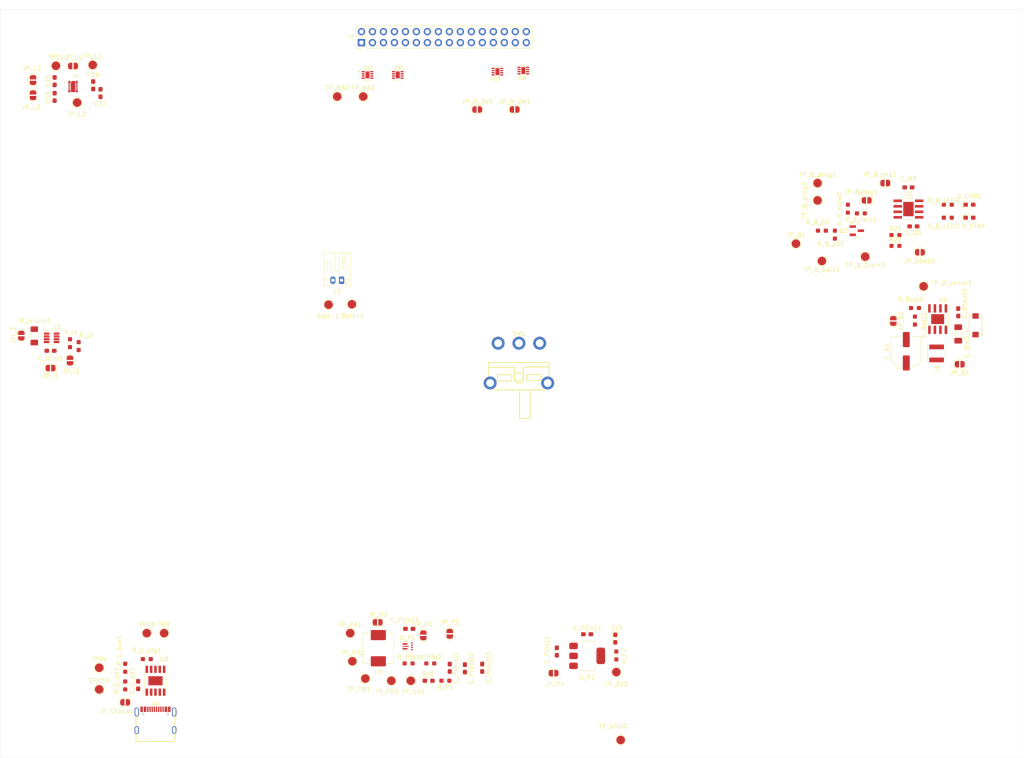
<source format=kicad_pcb>
(kicad_pcb (version 20241229) (generator "pcbnew") (generator_version "9.0")
  (layers (0 "F.Cu" signal) (2 "B.Cu" power) (13 "F.Paste" user) (15 "B.Paste" user) (5 "F.SilkS" user "F.Silkscreen") (7 "B.SilkS" user "B.Silkscreen") (1 "F.Mask" user) (3 "B.Mask" user) (25 "Edge.Cuts" user))
  (net 0 "")
  (net 1 "GND")
  (net 2 "Net-(3V3-A)")
  (net 3 "Net-(5V0-A)")
  (net 4 "+BATT")
  (net 5 "Net-(JP_L3-A)")
  (net 6 "Net-(U7-SS1)")
  (net 7 "Net-(U7-SS2)")
  (net 8 "Net-(JP_L2-A)")
  (net 9 "Net-(D4-A)")
  (net 10 "Net-(JP_B2-B)")
  (net 11 "Net-(JP_BBatt1-A)")
  (net 12 "Net-(U5-BOOT)")
  (net 13 "Net-(U5-PH)")
  (net 14 "Net-(JP_B1-A)")
  (net 15 "Net-(U9-VDD)")
  (net 16 "Net-(JP_I1-B)")
  (net 17 "<NO NET>")
  (net 18 "Net-(JP_P4-A)")
  (net 19 "+3.3V")
  (net 20 "Net-(JP_P1-A)")
  (net 21 "+5V")
  (net 22 "Net-(D4-K)")
  (net 23 "Net-(D8-K)")
  (net 25 "/MOTOR3_CTRL1")
  (net 26 "/CTRL_EXT_LOAD1")
  (net 27 "/EXT_LOAD2_OUT")
  (net 28 "/FAST_CHARGE_CTRL")
  (net 29 "/MOTOR3_B_OUT")
  (net 30 "/MOTOR4_A_OUT")
  (net 31 "/I2C1_SCL")
  (net 32 "/MOTOR2_CTRL1")
  (net 33 "/MOTOR2_A_OUT")
  (net 34 "/MOTOR3_A_OUT")
  (net 35 "/MOTOR1_CTRL1")
  (net 36 "/MOTOR4_CTRL1")
  (net 37 "/MOTOR2_CTRL2")
  (net 38 "/MOTOR3_CTRL2")
  (net 39 "/MOTOR1_B_OUT")
  (net 40 "/I2C1_SDA")
  (net 41 "/MOTOR1_CTRL2")
  (net 42 "+9V")
  (net 43 "/MOTOR4_B_OUT")
  (net 44 "/MOTOR2_B_OUT")
  (net 45 "/MOTOR1_A_OUT")
  (net 46 "/EXT_LOAD1_OUT")
  (net 48 "/CTRL_EXT_LOAD2")
  (net 50 "/MOTOR4_CTRL2")
  (net 51 "/Battery")
  (net 52 "/5V_Buck_Out")
  (net 53 "Net-(JP_Bprog1-A)")
  (net 54 "Net-(JP_Bprog1-B)")
  (net 55 "Net-(JP_B_ena1-B)")
  (net 56 "Net-(JP_CVbus1-B)")
  (net 57 "Net-(JP_I2-B)")
  (net 58 "Net-(JP_L1-A)")
  (net 59 "/3V3_M")
  (net 60 "/Battery_VM")
  (net 61 "Net-(JP_P1-B)")
  (net 62 "Net-(JP_P2-A)")
  (net 63 "/Switch-")
  (net 64 "Net-(U_P1-SW)")
  (net 65 "Net-(Q2-G)")
  (net 66 "Net-(Q2-D)")
  (net 67 "Net-(U5-VSENSE)")
  (net 68 "Net-(U6-~{STDBY})")
  (net 69 "Net-(U6-~{CHRG})")
  (net 70 "Net-(U9-VBUS)")
  (net 71 "Net-(U9-CFG1)")
  (net 72 "Net-(U_P1-FB)")
  (net 75 "/D-")
  (net 76 "/CC1")
  (net 78 "/D+")
  (net 79 "/CC2")
  (footprint "TestPoint:TestPoint_Pad_D2.0mm" (layer "F.Cu") (at 31 35.9)
    (property "Reference" "TP21" (at 0 -1.998 0) (layer "F.SilkS"))
    (property "Value" "TestPoint")
    (pad "1" smd circle (at 0 0) (size 2 2) (layers "F.Cu" "F.Mask") (net 58 "Net-(JP_L1-A)"))
  )
  (footprint "Resistor_SMD:R_0603_1608Metric_Pad0.98x0.95mm_HandSolder" (layer "F.Cu") (at 36.25 100.6625 90)
    (property "Reference" "R_I2" (at 2.5 1.75 180) (layer "F.SilkS"))
    (property "Value" "3.3k")
    (pad "1" smd roundrect (at -0.9125 0 90) (size 0.975 0.95) (layers "F.Cu" "F.Mask" "F.Paste") (net 57 "Net-(JP_I2-B)"))
    (pad "2" smd roundrect (at 0.9125 0 90) (size 0.975 0.95) (layers "F.Cu" "F.Mask" "F.Paste") (net 31 "/I2C1_SCL"))
  )
  (footprint "Resistor_SMD:R_0603_1608Metric_Pad0.98x0.95mm_HandSolder" (layer "F.Cu") (at 160.5 172.1625 90)
    (property "Reference" "R_P2" (at -0.0875 1.75 270) (layer "F.SilkS"))
    (property "Value" "1k")
    (pad "1" smd roundrect (at -0.9125 0 90) (size 0.975 0.95) (layers "F.Cu" "F.Mask" "F.Paste") (net 19 "+3.3V"))
    (pad "2" smd roundrect (at 0.9125 0 90) (size 0.975 0.95) (layers "F.Cu" "F.Mask" "F.Paste") (net 2 "Net-(3V3-A)"))
  )
  (footprint "Package_SO:SOIC-8-1EP_3.9x4.9mm_P1.27mm_EP2.29x3mm" (layer "F.Cu") (at 234.75 94.43 -90)
    (property "Reference" "U5" (at -4.43 -1.25 180) (layer "F.SilkS"))
    (property "Value" "TPS5430DDA")
    (pad "1" smd roundrect (at -2.475 -1.905 270) (size 1.95 0.6) (layers "F.Cu" "F.Mask" "F.Paste") (net 12 "Net-(U5-BOOT)"))
    (pad "2" smd roundrect (at -2.475 -0.635 270) (size 1.95 0.6) (layers "F.Cu" "F.Mask" "F.Paste"))
    (pad "3" smd roundrect (at -2.475 0.635 270) (size 1.95 0.6) (layers "F.Cu" "F.Mask" "F.Paste"))
    (pad "4" smd roundrect (at -2.475 1.905 270) (size 1.95 0.6) (layers "F.Cu" "F.Mask" "F.Paste") (net 67 "Net-(U5-VSENSE)"))
    (pad "5" smd roundrect (at 2.475 1.905 270) (size 1.95 0.6) (layers "F.Cu" "F.Mask" "F.Paste"))
    (pad "6" smd roundrect (at 2.475 0.635 270) (size 1.95 0.6) (layers "F.Cu" "F.Mask" "F.Paste") (net 1 "GND"))
    (pad "7" smd roundrect (at 2.475 -0.635 270) (size 1.95 0.6) (layers "F.Cu" "F.Mask" "F.Paste") (net 14 "Net-(JP_B1-A)"))
    (pad "8" smd roundrect (at 2.475 -1.905 270) (size 1.95 0.6) (layers "F.Cu" "F.Mask" "F.Paste") (net 13 "Net-(U5-PH)"))
    (pad "9" smd rect (at 0 0 270) (size 2.29 3) (property pad_prop_heatsink) (layers "F.Cu" "F.Mask") (net 1 "GND"))
  )
  (footprint "Resistor_SMD:R_0603_1608Metric_Pad0.98x0.95mm_HandSolder" (layer "F.Cu") (at 225 77.51)
    (property "Reference" "R22" (at 0 -1.43 0) (layer "F.SilkS"))
    (property "Value" "1R")
    (pad "1" smd roundrect (at -0.9125 0) (size 0.975 0.95) (layers "F.Cu" "F.Mask" "F.Paste") (net 52 "/5V_Buck_Out"))
    (pad "2" smd roundrect (at 0.9125 0) (size 0.975 0.95) (layers "F.Cu" "F.Mask" "F.Paste") (net 9 "Net-(D4-A)"))
  )
  (footprint "Resistor_SMD:R_0603_1608Metric_Pad0.98x0.95mm_HandSolder" (layer "F.Cu") (at 208 74)
    (property "Reference" "R_B_b2" (at -1 -2 0) (layer "F.SilkS"))
    (property "Value" "100R")
    (pad "1" smd roundrect (at -0.9125 0) (size 0.975 0.95) (layers "F.Cu" "F.Mask" "F.Paste") (net 28 "/FAST_CHARGE_CTRL"))
    (pad "2" smd roundrect (at 0.9125 0) (size 0.975 0.95) (layers "F.Cu" "F.Mask" "F.Paste") (net 65 "Net-(Q2-G)"))
  )
  (footprint "Resistor_SMD:R_1206_3216Metric_Pad1.30x1.75mm_HandSolder" (layer "F.Cu") (at 26 98.3 -90)
    (property "Reference" "R_Ishunt1" (at -3.5 -0.25 180) (layer "F.SilkS"))
    (property "Value" "0.1")
    (pad "1" smd roundrect (at -1.55 0 270) (size 1.3 1.75) (layers "F.Cu" "F.Mask" "F.Paste") (roundrect_rratio 0.192308) (net 51 "/Battery"))
    (pad "2" smd roundrect (at 1.55 0 270) (size 1.3 1.75) (layers "F.Cu" "F.Mask" "F.Paste") (roundrect_rratio 0.192308) (net 4 "+BATT"))
  )
  (footprint "Jumper:SolderJumper-2_P1.3mm_Open_RoundedPad1.0x1.5mm" (layer "F.Cu") (at 34.25 104 90)
    (property "Reference" "JP_I2" (at -2.5 0.25 180) (layer "F.SilkS"))
    (property "Value" "I2C_PU")
    (pad "1" smd custom (at -0.65 0 90) (size 1 0.5) (layers "F.Cu" "F.Mask") (net 19 "+3.3V") (options (clearance outline) (anchor rect)) (primitives (gr_circle (center 0 0.25) (end 0.5 0.25) (width 0) (fill yes)) (gr_circle (center 0 -0.25) (end 0.5 -0.25) (width 0) (fill yes)) (gr_poly (pts (xy 0.5 0.75) (xy 0 0.75) (xy 0 -0.75) (xy 0.5 -0.75)) (width 0) (fill yes))))
    (pad "2" smd custom (at 0.65 0 90) (size 1 0.5) (layers "F.Cu" "F.Mask") (net 57 "Net-(JP_I2-B)") (options (clearance outline) (anchor rect)) (primitives (gr_circle (center 0 0.25) (end 0.5 0.25) (width 0) (fill yes)) (gr_circle (center 0 -0.25) (end 0.5 -0.25) (width 0) (fill yes)) (gr_poly (pts (xy 0 0.75) (xy -0.5 0.75) (xy -0.5 -0.75) (xy 0 -0.75)) (width 0) (fill yes))))
  )
  (footprint "Inductor_SMD:L_Abracon_ASPI-4030S" (layer "F.Cu") (at 234.5 102.36 -90)
    (property "Reference" "L2" (at 3.5 0 90) (layer "F.SilkS"))
    (property "Value" "18uH")
    (pad "1" smd roundrect (at -1.5 0 270) (size 1.1 3.4) (layers "F.Cu" "F.Mask" "F.Paste") (roundrect_rratio 0.1) (net 13 "Net-(U5-PH)"))
    (pad "2" smd roundrect (at 1.5 0 270) (size 1.1 3.4) (layers "F.Cu" "F.Mask" "F.Paste") (roundrect_rratio 0.1) (net 10 "Net-(JP_B2-B)"))
  )
  (footprint "TestPoint:TestPoint_Pad_D2.0mm" (layer "F.Cu") (at 99.4 91)
    (property "Reference" "Batt+1" (at 0.2 2.7 0) (layer "F.SilkS"))
    (property "Value" "TestPoint")
    (pad "1" smd circle (at 0 0) (size 2 2) (layers "F.Cu" "F.Mask") (net 4 "+BATT"))
  )
  (footprint "Jumper:SolderJumper-2_P1.3mm_Open_RoundedPad1.0x1.5mm" (layer "F.Cu") (at 137 46)
    (property "Reference" "JP_M_VM1" (at 0 -1.8 0) (layer "F.SilkS"))
    (property "Value" "Batt_VM")
    (pad "1" smd custom (at -0.65 0) (size 1 0.5) (layers "F.Cu" "F.Mask") (net 51 "/Battery") (options (clearance outline) (anchor rect)) (primitives (gr_circle (center 0 0.25) (end 0.5 0.25) (width 0) (fill yes)) (gr_circle (center 0 -0.25) (end 0.5 -0.25) (width 0) (fill yes)) (gr_poly (pts (xy 0.5 0.75) (xy 0 0.75) (xy 0 -0.75) (xy 0.5 -0.75)) (width 0) (fill yes))))
    (pad "2" smd custom (at 0.65 0) (size 1 0.5) (layers "F.Cu" "F.Mask") (net 60 "/Battery_VM") (options (clearance outline) (anchor rect)) (primitives (gr_circle (center 0 0.25) (end 0.5 0.25) (width 0) (fill yes)) (gr_circle (center 0 -0.25) (end 0.5 -0.25) (width 0) (fill yes)) (gr_poly (pts (xy 0 0.75) (xy -0.5 0.75) (xy -0.5 -0.75) (xy 0 -0.75)) (width 0) (fill yes))))
  )
  (footprint "Capacitor_SMD:C_0603_1608Metric_Pad1.08x0.95mm_HandSolder" (layer "F.Cu") (at 239.5 92.86 -90)
    (property "Reference" "C_Bboot2" (at -2 -1.43 90) (layer "F.SilkS"))
    (property "Value" "10nF")
    (pad "1" smd roundrect (at -0.8625 0 270) (size 1.075 0.95) (layers "F.Cu" "F.Mask" "F.Paste") (net 12 "Net-(U5-BOOT)"))
    (pad "2" smd roundrect (at 0.8625 0 270) (size 1.075 0.95) (layers "F.Cu" "F.Mask" "F.Paste") (net 13 "Net-(U5-PH)"))
  )
  (footprint "TestPoint:TestPoint_Pad_D2.0mm" (layer "F.Cu") (at 202 77)
    (property "Reference" "TP_B1" (at 0 -1.998 0) (layer "F.SilkS"))
    (property "Value" "TestPoint")
    (pad "1" smd circle (at 0 0) (size 2 2) (layers "F.Cu" "F.Mask") (net 28 "/FAST_CHARGE_CTRL"))
  )
  (footprint "custom_footprints:SON50P200X200X80-9N" (layer "F.Cu") (at 103 38)
    (property "Reference" "U14" (at 0.292 -1.7934 0) (layer "F.SilkS") (effects (font (size 0.64 0.64))))
    (property "Value" "DRV8837DSGR")
    (pad "1" smd roundrect (at -0.985 -0.75) (size 0.74 0.28) (layers "F.Cu" "F.Mask" "F.Paste") (roundrect_rratio 0.125) (net 60 "/Battery_VM"))
    (pad "2" smd roundrect (at -0.985 -0.25) (size 0.74 0.28) (layers "F.Cu" "F.Mask" "F.Paste") (roundrect_rratio 0.125) (net 33 "/MOTOR2_A_OUT"))
    (pad "3" smd roundrect (at -0.985 0.25) (size 0.74 0.28) (layers "F.Cu" "F.Mask" "F.Paste") (roundrect_rratio 0.125) (net 44 "/MOTOR2_B_OUT"))
    (pad "4" smd roundrect (at -0.985 0.75) (size 0.74 0.28) (layers "F.Cu" "F.Mask" "F.Paste") (roundrect_rratio 0.125) (net 1 "GND"))
    (pad "5" smd roundrect (at 0.985 0.75) (size 0.74 0.28) (layers "F.Cu" "F.Mask" "F.Paste") (roundrect_rratio 0.125) (net 37 "/MOTOR2_CTRL2"))
    (pad "6" smd roundrect (at 0.985 0.25) (size 0.74 0.28) (layers "F.Cu" "F.Mask" "F.Paste") (roundrect_rratio 0.125) (net 32 "/MOTOR2_CTRL1"))
    (pad "7" smd roundrect (at 0.985 -0.25) (size 0.74 0.28) (layers "F.Cu" "F.Mask" "F.Paste") (roundrect_rratio 0.125) (net 59 "/3V3_M"))
    (pad "8" smd roundrect (at 0.985 -0.75) (size 0.74 0.28) (layers "F.Cu" "F.Mask" "F.Paste") (roundrect_rratio 0.125) (net 59 "/3V3_M"))
    (pad "9" smd rect (at 0 0) (size 0.9 1.6) (layers "F.Cu" "F.Mask") (net 1 "GND"))
  )
  (footprint "Jumper:SolderJumper-2_P1.3mm_Open_RoundedPad1.0x1.5mm" (layer "F.Cu") (at 25.7 42.7 90)
    (property "Reference" "JP_L3" (at -2.75 -0.5 180) (layer "F.SilkS"))
    (property "Value" "VIN2")
    (pad "1" smd custom (at -0.65 0 90) (size 1 0.5) (layers "F.Cu" "F.Mask") (net 5 "Net-(JP_L3-A)") (options (clearance outline) (anchor rect)) (primitives (gr_circle (center 0 0.25) (end 0.5 0.25) (width 0) (fill yes)) (gr_circle (center 0 -0.25) (end 0.5 -0.25) (width 0) (fill yes)) (gr_poly (pts (xy 0.5 0.75) (xy 0 0.75) (xy 0 -0.75) (xy 0.5 -0.75)) (width 0) (fill yes))))
    (pad "2" smd custom (at 0.65 0 90) (size 1 0.5) (layers "F.Cu" "F.Mask") (net 21 "+5V") (options (clearance outline) (anchor rect)) (primitives (gr_circle (center 0 0.25) (end 0.5 0.25) (width 0) (fill yes)) (gr_circle (center 0 -0.25) (end 0.5 -0.25) (width 0) (fill yes)) (gr_poly (pts (xy 0 0.75) (xy -0.5 0.75) (xy -0.5 -0.75) (xy 0 -0.75)) (width 0) (fill yes))))
  )
  (footprint "Jumper:SolderJumper-2_P1.3mm_Open_RoundedPad1.0x1.5mm" (layer "F.Cu") (at 224.5 94.86 -90)
    (property "Reference" "JP_B2" (at 0 -1.8 90) (layer "F.SilkS"))
    (property "Value" "buck_charge")
    (pad "1" smd custom (at -0.65 0 270) (size 1 0.5) (layers "F.Cu" "F.Mask") (net 52 "/5V_Buck_Out") (options (clearance outline) (anchor rect)) (primitives (gr_circle (center 0 0.25) (end 0.5 0.25) (width 0) (fill yes)) (gr_circle (center 0 -0.25) (end 0.5 -0.25) (width 0) (fill yes)) (gr_poly (pts (xy 0.5 0.75) (xy 0 0.75) (xy 0 -0.75) (xy 0.5 -0.75)) (width 0) (fill yes))))
    (pad "2" smd custom (at 0.65 0 270) (size 1 0.5) (layers "F.Cu" "F.Mask") (net 10 "Net-(JP_B2-B)") (options (clearance outline) (anchor rect)) (primitives (gr_circle (center 0 0.25) (end 0.5 0.25) (width 0) (fill yes)) (gr_circle (center 0 -0.25) (end 0.5 -0.25) (width 0) (fill yes)) (gr_poly (pts (xy 0 0.75) (xy -0.5 0.75) (xy -0.5 -0.75) (xy 0 -0.75)) (width 0) (fill yes))))
  )
  (footprint "Resistor_SMD:R_0603_1608Metric_Pad0.98x0.95mm_HandSolder" (layer "F.Cu") (at 237.0875 68 180)
    (property "Reference" "R_B_LED4" (at 1 1 0) (layer "F.SilkS"))
    (property "Value" "1k")
    (pad "1" smd roundrect (at -0.9125 0 180) (size 0.975 0.95) (layers "F.Cu" "F.Mask" "F.Paste") (net 23 "Net-(D8-K)"))
    (pad "2" smd roundrect (at 0.9125 0 180) (size 0.975 0.95) (layers "F.Cu" "F.Mask" "F.Paste") (net 69 "Net-(U6-~{CHRG})"))
  )
  (footprint "Capacitor_SMD:C_1206_3216Metric_Pad1.33x1.80mm_HandSolder" (layer "F.Cu") (at 239.5 97.86 90)
    (property "Reference" "C_Bin2" (at -3 2 90) (layer "F.SilkS"))
    (property "Value" "10uF")
    (pad "1" smd roundrect (at -1.5625 0 90) (size 1.325 1.8) (layers "F.Cu" "F.Mask" "F.Paste") (roundrect_rratio 0.188679) (net 14 "Net-(JP_B1-A)"))
    (pad "2" smd roundrect (at 1.5625 0 90) (size 1.325 1.8) (layers "F.Cu" "F.Mask" "F.Paste") (roundrect_rratio 0.188679) (net 1 "GND"))
  )
  (footprint "TestPoint:TestPoint_Pad_D2.0mm" (layer "F.Cu") (at 52 167)
    (property "Reference" "TPG8" (at 0 -1.998 0) (layer "F.SilkS"))
    (property "Value" "TestPoint")
    (pad "1" smd circle (at 0 0) (size 2 2) (layers "F.Cu" "F.Mask") (net 1 "GND"))
  )
  (footprint "Capacitor_SMD:C_0603_1608Metric_Pad1.08x0.95mm_HandSolder" (layer "F.Cu") (at 29.75 101.75)
    (property "Reference" "C_I(in)1" (at 0 1.75 0) (layer "F.SilkS"))
    (property "Value" "100n")
    (pad "1" smd roundrect (at -0.8625 0) (size 1.075 0.95) (layers "F.Cu" "F.Mask" "F.Paste") (net 17 "<NO NET>"))
    (pad "2" smd roundrect (at 0.8625 0) (size 1.075 0.95) (layers "F.Cu" "F.Mask" "F.Paste") (net 16 "Net-(JP_I1-B)"))
  )
  (footprint "Connector_JST:JST_PH_S2B-PH-K_1x02_P2.00mm_Horizontal" (layer "F.Cu") (at 97 85.45 180)
    (property "Reference" "J3" (at 1 -2.55 0) (layer "F.SilkS"))
    (property "Value" "Conn_01x02_Socket")
    (pad "1" thru_hole roundrect (at 0 0 180) (size 1.2 1.75) (drill 0.75) (layers "*.Cu" "*.Mask") (roundrect_rratio 0.208333) (net 4 "+BATT"))
    (pad "2" thru_hole oval (at 2 0 180) (size 1.2 1.75) (drill 0.75) (layers "*.Cu" "*.Mask") (net 1 "GND"))
  )
  (footprint "TestPoint:TestPoint_Pad_D2.0mm" (layer "F.Cu") (at 102 43)
    (property "Reference" "TP_MA2" (at 0 -1.998 0) (layer "F.SilkS"))
    (property "Value" "TestPoint")
    (pad "1" smd circle (at 0 0) (size 2 2) (layers "F.Cu" "F.Mask") (net 33 "/MOTOR2_A_OUT"))
  )
  (footprint "Package_TO_SOT_SMD:SOT-23" (layer "F.Cu") (at 216.0625 74)
    (property "Reference" "Q2" (at -3.0625 0 0) (layer "F.SilkS"))
    (property "Value" "2N7002")
    (pad "1" smd roundrect (at -0.9375 -0.95) (size 1.475 0.6) (layers "F.Cu" "F.Mask" "F.Paste") (net 65 "Net-(Q2-G)"))
    (pad "2" smd roundrect (at -0.9375 0.95) (size 1.475 0.6) (layers "F.Cu" "F.Mask" "F.Paste") (net 1 "GND"))
    (pad "3" smd roundrect (at 0.9375 0) (size 1.475 0.6) (layers "F.Cu" "F.Mask" "F.Paste") (net 66 "Net-(Q2-D)"))
  )
  (footprint "Resistor_SMD:R_0603_1608Metric_Pad0.98x0.95mm_HandSolder" (layer "F.Cu") (at 214 68.9125 -90)
    (property "Reference" "R_B_slow2" (at 0 2 90) (layer "F.SilkS"))
    (property "Value" "5k6")
    (pad "1" smd roundrect (at -0.9125 0 270) (size 0.975 0.95) (layers "F.Cu" "F.Mask" "F.Paste") (net 53 "Net-(JP_Bprog1-A)"))
    (pad "2" smd roundrect (at 0.9125 0 270) (size 0.975 0.95) (layers "F.Cu" "F.Mask" "F.Paste") (net 1 "GND"))
  )
  (footprint "Resistor_SMD:R_0603_1608Metric_Pad0.98x0.95mm_HandSolder" (layer "F.Cu") (at 112.5 174)
    (property "Reference" "R_Pfb1" (at 0 -1.43 0) (layer "F.SilkS"))
    (property "Value" "510k")
    (pad "1" smd roundrect (at -0.9125 0) (size 0.975 0.95) (layers "F.Cu" "F.Mask" "F.Paste") (net 21 "+5V"))
    (pad "2" smd roundrect (at 0.9125 0) (size 0.975 0.95) (layers "F.Cu" "F.Mask" "F.Paste") (net 72 "Net-(U_P1-FB)"))
  )
  (footprint "Resistor_SMD:R_0603_1608Metric_Pad0.98x0.95mm_HandSolder" (layer "F.Cu") (at 47 179.0875 -90)
    (property "Reference" "R_C_dd1" (at -1.0875 2 90) (layer "F.SilkS"))
    (property "Value" "1k")
    (pad "1" smd roundrect (at -0.9125 0 270) (size 0.975 0.95) (layers "F.Cu" "F.Mask" "F.Paste") (net 42 "+9V"))
    (pad "2" smd roundrect (at 0.9125 0 270) (size 0.975 0.95) (layers "F.Cu" "F.Mask" "F.Paste") (net 15 "Net-(U9-VDD)"))
  )
  (footprint "Resistor_SMD:R_0603_1608Metric_Pad0.98x0.95mm_HandSolder" (layer "F.Cu") (at 34.25 100 90)
    (property "Reference" "R_I1" (at 2.5 0.25 180) (layer "F.SilkS"))
    (property "Value" "3.3k")
    (pad "1" smd roundrect (at -0.9125 0 90) (size 0.975 0.95) (layers "F.Cu" "F.Mask" "F.Paste") (net 57 "Net-(JP_I2-B)"))
    (pad "2" smd roundrect (at 0.9125 0 90) (size 0.975 0.95) (layers "F.Cu" "F.Mask" "F.Paste") (net 40 "/I2C1_SDA"))
  )
  (footprint "Package_TO_SOT_SMD:SOT-223-3_TabPin2" (layer "F.Cu") (at 153.75 172.25)
    (property "Reference" "U_P2" (at 0 5 0) (layer "F.SilkS"))
    (property "Value" "AMS1117-3.3")
    (pad "1" smd roundrect (at -3.15 -2.3) (size 2 1.5) (layers "F.Cu" "F.Mask" "F.Paste") (net 1 "GND"))
    (pad "2" smd roundrect (at -3.15 0) (size 2 1.5) (layers "F.Cu" "F.Mask" "F.Paste") (net 19 "+3.3V"))
    (pad "2" smd roundrect (at 3.15 0) (size 2 3.8) (layers "F.Cu" "F.Mask" "F.Paste") (net 19 "+3.3V"))
    (pad "3" smd roundrect (at -3.15 2.3) (size 2 1.5) (layers "F.Cu" "F.Mask" "F.Paste") (net 18 "Net-(JP_P4-A)"))
  )
  (footprint "Resistor_SMD:R_0603_1608Metric_Pad0.98x0.95mm_HandSolder" (layer "F.Cu") (at 229.5 94.7725 90)
    (property "Reference" "R_Bset3" (at -1.0875 2 90) (layer "F.SilkS"))
    (property "Value" "10k")
    (pad "1" smd roundrect (at -0.9125 0 90) (size 0.975 0.95) (layers "F.Cu" "F.Mask" "F.Paste") (net 10 "Net-(JP_B2-B)"))
    (pad "2" smd roundrect (at 0.9125 0 90) (size 0.975 0.95) (layers "F.Cu" "F.Mask" "F.Paste") (net 67 "Net-(U5-VSENSE)"))
  )
  (footprint "Jumper:SolderJumper-2_P1.3mm_Open_RoundedPad1.0x1.5mm" (layer "F.Cu") (at 47 183)
    (property "Reference" "JP_CVbus1" (at -2 2 0) (layer "F.SilkS"))
    (property "Value" "VBUS")
    (pad "1" smd custom (at -0.65 0) (size 1 0.5) (layers "F.Cu" "F.Mask") (net 42 "+9V") (options (clearance outline) (anchor rect)) (primitives (gr_circle (center 0 0.25) (end 0.5 0.25) (width 0) (fill yes)) (gr_circle (center 0 -0.25) (end 0.5 -0.25) (width 0) (fill yes)) (gr_poly (pts (xy 0.5 0.75) (xy 0 0.75) (xy 0 -0.75) (xy 0.5 -0.75)) (width 0) (fill yes))))
    (pad "2" smd custom (at 0.65 0) (size 1 0.5) (layers "F.Cu" "F.Mask") (net 56 "Net-(JP_CVbus1-B)") (options (clearance outline) (anchor rect)) (primitives (gr_circle (center 0 0.25) (end 0.5 0.25) (width 0) (fill yes)) (gr_circle (center 0 -0.25) (end 0.5 -0.25) (width 0) (fill yes)) (gr_poly (pts (xy 0 0.75) (xy -0.5 0.75) (xy -0.5 -0.75) (xy 0 -0.75)) (width 0) (fill yes))))
  )
  (footprint "Jumper:SolderJumper-2_P1.3mm_Open_RoundedPad1.0x1.5mm" (layer "F.Cu") (at 222.65 63)
    (property "Reference" "JP_B_ena1" (at -1.35 -2 0) (layer "F.SilkS"))
    (property "Value" "Jumper (leave open)")
    (pad "1" smd custom (at -0.65 0) (size 1 0.5) (layers "F.Cu" "F.Mask") (net 1 "GND") (options (clearance outline) (anchor rect)) (primitives (gr_circle (center 0 0.25) (end 0.5 0.25) (width 0) (fill yes)) (gr_circle (center 0 -0.25) (end 0.5 -0.25) (width 0) (fill yes)) (gr_poly (pts (xy 0.5 0.75) (xy 0 0.75) (xy 0 -0.75) (xy 0.5 -0.75)) (width 0) (fill yes))))
    (pad "2" smd custom (at 0.65 0) (size 1 0.5) (layers "F.Cu" "F.Mask") (net 55 "Net-(JP_B_ena1-B)") (options (clearance outline) (anchor rect)) (primitives (gr_circle (center 0 0.25) (end 0.5 0.25) (width 0) (fill yes)) (gr_circle (center 0 -0.25) (end 0.5 -0.25) (width 0) (fill yes)) (gr_poly (pts (xy 0 0.75) (xy -0.5 0.75) (xy -0.5 -0.75) (xy 0 -0.75)) (width 0) (fill yes))))
  )
  (footprint "Resistor_SMD:R_0603_1608Metric_Pad0.98x0.95mm_HandSolder" (layer "F.Cu") (at 47 175 90)
    (property "Reference" "R_C_bus1" (at 4 -1.43 90) (layer "F.SilkS"))
    (property "Value" "10k")
    (pad "1" smd roundrect (at -0.9125 0 90) (size 0.975 0.95) (layers "F.Cu" "F.Mask" "F.Paste") (net 42 "+9V"))
    (pad "2" smd roundrect (at 0.9125 0 90) (size 0.975 0.95) (layers "F.Cu" "F.Mask" "F.Paste") (net 70 "Net-(U9-VBUS)"))
  )
  (footprint "TestPoint:TestPoint_Pad_D2.0mm" (layer "F.Cu") (at 161.5 191.7)
    (property "Reference" "TP_GND0" (at -1.8 -3.2 0) (layer "F.SilkS"))
    (property "Value" "GND_REF")
    (pad "1" smd circle (at 0 0) (size 2 2) (layers "F.Cu" "F.Mask") (net 1 "GND"))
  )
  (footprint "Package_SO:SSOP-10-1EP_3.9x4.9mm_P1mm_EP2.1x3.3mm" (layer "F.Cu") (at 54 178 90)
    (property "Reference" "U9" (at 5 2 180) (layer "F.SilkS"))
    (property "Value" "CH224K")
    (pad "1" smd roundrect (at -2.6375 -2 90) (size 1.675 0.6) (layers "F.Cu" "F.Mask" "F.Paste") (net 15 "Net-(U9-VDD)"))
    (pad "2" smd roundrect (at -2.6375 -1 90) (size 1.675 0.6) (layers "F.Cu" "F.Mask" "F.Paste"))
    (pad "3" smd roundrect (at -2.6375 0 90) (size 1.675 0.6) (layers "F.Cu" "F.Mask" "F.Paste"))
    (pad "4" smd roundrect (at -2.6375 1 90) (size 1.675 0.6) (layers "F.Cu" "F.Mask" "F.Paste") (net 78 "/D+"))
    (pad "5" smd roundrect (at -2.6375 2 90) (size 1.675 0.6) (layers "F.Cu" "F.Mask" "F.Paste") (net 75 "/D-"))
    (pad "6" smd roundrect (at 2.6375 2 90) (size 1.675 0.6) (layers "F.Cu" "F.Mask" "F.Paste") (net 79 "/CC2"))
    (pad "7" smd roundrect (at 2.6375 1 90) (size 1.675 0.6) (layers "F.Cu" "F.Mask" "F.Paste") (net 76 "/CC1"))
    (pad "8" smd roundrect (at 2.6375 0 90) (size 1.675 0.6) (layers "F.Cu" "F.Mask" "F.Paste") (net 70 "Net-(U9-VBUS)"))
    (pad "9" smd roundrect (at 2.6375 -1 90) (size 1.675 0.6) (layers "F.Cu" "F.Mask" "F.Paste") (net 71 "Net-(U9-CFG1)"))
    (pad "10" smd roundrect (at 2.6375 -2 90) (size 1.675 0.6) (layers "F.Cu" "F.Mask" "F.Paste"))
    (pad "11" smd rect (at 0 0 90) (size 2.1 3.3) (property pad_prop_heatsink) (layers "F.Cu" "F.Mask") (net 1 "GND"))
  )
  (footprint "Capacitor_SMD:C_0603_1608Metric_Pad1.08x0.95mm_HandSolder" (layer "F.Cu") (at 146.75 171.25 -90)
    (property "Reference" "C_P(in)1" (at -0.3625 2.25 90) (layer "F.SilkS"))
    (property "Value" "10u")
    (pad "1" smd roundrect (at -0.8625 0 270) (size 1.075 0.95) (layers "F.Cu" "F.Mask" "F.Paste") (net 1 "GND"))
    (pad "2" smd roundrect (at 0.8625 0 270) (size 1.075 0.95) (layers "F.Cu" "F.Mask" "F.Paste") (net 18 "Net-(JP_P4-A)"))
  )
  (footprint "TestPoint:TestPoint_Pad_D2.0mm" (layer "F.Cu") (at 102.5 177.5)
    (property "Reference" "TP_PB1" (at -1.5 2.5 0) (layer "F.SilkS"))
    (property "Value" "Feedback1")
    (pad "1" smd circle (at 0 0) (size 2 2) (layers "F.Cu" "F.Mask") (net 72 "Net-(U_P1-FB)"))
  )
  (footprint "Jumper:SolderJumper-2_P1.3mm_Open_RoundedPad1.0x1.5mm" (layer "F.Cu") (at 146 176.25 180)
    (property "Reference" "JP_P4" (at -0.25 -2.5 0) (layer "F.SilkS"))
    (property "Value" "LDO_PWR")
    (pad "1" smd custom (at -0.65 0 180) (size 1 0.5) (layers "F.Cu" "F.Mask") (net 18 "Net-(JP_P4-A)") (options (clearance outline) (anchor rect)) (primitives (gr_circle (center 0 0.25) (end 0.5 0.25) (width 0) (fill yes)) (gr_circle (center 0 -0.25) (end 0.5 -0.25) (width 0) (fill yes)) (gr_poly (pts (xy 0.5 0.75) (xy 0 0.75) (xy 0 -0.75) (xy 0.5 -0.75)) (width 0) (fill yes))))
    (pad "2" smd custom (at 0.65 0 180) (size 1 0.5) (layers "F.Cu" "F.Mask") (net 21 "+5V") (options (clearance outline) (anchor rect)) (primitives (gr_circle (center 0 0.25) (end 0.5 0.25) (width 0) (fill yes)) (gr_circle (center 0 -0.25) (end 0.5 -0.25) (width 0) (fill yes)) (gr_poly (pts (xy 0 0.75) (xy -0.5 0.75) (xy -0.5 -0.75) (xy 0 -0.75)) (width 0) (fill yes))))
  )
  (footprint "Capacitor_SMD:CP_Elec_6.3x7.7" (layer "F.Cu") (at 227.5 101.86 90)
    (property "Reference" "C_B4" (at 0 -4.35 90) (layer "F.SilkS"))
    (property "Value" "220uF")
    (pad "1" smd roundrect (at -2.7 0 90) (size 3.5 1.6) (layers "F.Cu" "F.Mask" "F.Paste") (roundrect_rratio 0.15625) (net 10 "Net-(JP_B2-B)"))
    (pad "2" smd roundrect (at 2.7 0 90) (size 3.5 1.6) (layers "F.Cu" "F.Mask" "F.Paste") (roundrect_rratio 0.15625) (net 1 "GND"))
  )
  (footprint "Resistor_SMD:R_0603_1608Metric_Pad0.98x0.95mm_HandSolder" (layer "F.Cu") (at 121 178 180)
    (property "Reference" "R_P1" (at 0 -1.43 0) (layer "F.SilkS"))
    (property "Value" "1k")
    (pad "1" smd roundrect (at -0.9125 0 180) (size 0.975 0.95) (layers "F.Cu" "F.Mask" "F.Paste") (net 21 "+5V"))
    (pad "2" smd roundrect (at 0.9125 0 180) (size 0.975 0.95) (layers "F.Cu" "F.Mask" "F.Paste") (net 3 "Net-(5V0-A)"))
  )
  (footprint "Connector_PinHeader_2.54mm:PinHeader_2x16_P2.54mm_Vertical" (layer "F.Cu") (at 101.6 30.54 90)
    (property "Reference" "J1" (at 1.27 -2.33 90) (layer "F.SilkS"))
    (property "Value" "Conn_02x16_Odd_Even")
    (pad "1" thru_hole rect (at 0 0 90) (size 1.7 1.7) (drill 1) (layers "*.Cu" "*.Mask") (net 44 "/MOTOR2_B_OUT"))
    (pad "2" thru_hole oval (at 2.54 0 90) (size 1.7 1.7) (drill 1) (layers "*.Cu" "*.Mask") (net 33 "/MOTOR2_A_OUT"))
    (pad "3" thru_hole oval (at 0 2.54 90) (size 1.7 1.7) (drill 1) (layers "*.Cu" "*.Mask") (net 30 "/MOTOR4_A_OUT"))
    (pad "4" thru_hole oval (at 2.54 2.54 90) (size 1.7 1.7) (drill 1) (layers "*.Cu" "*.Mask") (net 32 "/MOTOR2_CTRL1"))
    (pad "5" thru_hole oval (at 0 5.08 90) (size 1.7 1.7) (drill 1) (layers "*.Cu" "*.Mask") (net 43 "/MOTOR4_B_OUT"))
    (pad "6" thru_hole oval (at 2.54 5.08 90) (size 1.7 1.7) (drill 1) (layers "*.Cu" "*.Mask") (net 37 "/MOTOR2_CTRL2"))
    (pad "7" thru_hole oval (at 0 7.62 90) (size 1.7 1.7) (drill 1) (layers "*.Cu" "*.Mask") (net 48 "/CTRL_EXT_LOAD2"))
    (pad "8" thru_hole oval (at 2.54 7.62 90) (size 1.7 1.7) (drill 1) (layers "*.Cu" "*.Mask") (net 36 "/MOTOR4_CTRL1"))
    (pad "9" thru_hole oval (at 0 10.16 90) (size 1.7 1.7) (drill 1) (layers "*.Cu" "*.Mask"))
    (pad "10" thru_hole oval (at 2.54 10.16 90) (size 1.7 1.7) (drill 1) (layers "*.Cu" "*.Mask") (net 50 "/MOTOR4_CTRL2"))
    (pad "11" thru_hole oval (at 0 12.7 90) (size 1.7 1.7) (drill 1) (layers "*.Cu" "*.Mask") (net 27 "/EXT_LOAD2_OUT"))
    (pad "12" thru_hole oval (at 2.54 12.7 90) (size 1.7 1.7) (drill 1) (layers "*.Cu" "*.Mask"))
    (pad "13" thru_hole oval (at 0 15.24 90) (size 1.7 1.7) (drill 1) (layers "*.Cu" "*.Mask") (net 28 "/FAST_CHARGE_CTRL"))
    (pad "14" thru_hole oval (at 2.54 15.24 90) (size 1.7 1.7) (drill 1) (layers "*.Cu" "*.Mask") (net 4 "+BATT"))
    (pad "15" thru_hole oval (at 0 17.78 90) (size 1.7 1.7) (drill 1) (layers "*.Cu" "*.Mask"))
    (pad "16" thru_hole oval (at 2.54 17.78 90) (size 1.7 1.7) (drill 1) (layers "*.Cu" "*.Mask") (net 31 "/I2C1_SCL"))
    (pad "17" thru_hole oval (at 0 20.32 90) (size 1.7 1.7) (drill 1) (layers "*.Cu" "*.Mask") (net 40 "/I2C1_SDA"))
    (pad "18" thru_hole oval (at 2.54 20.32 90) (size 1.7 1.7) (drill 1) (layers "*.Cu" "*.Mask") (net 19 "+3.3V"))
    (pad "19" thru_hole oval (at 0 22.86 90) (size 1.7 1.7) (drill 1) (layers "*.Cu" "*.Mask") (net 1 "GND"))
    (pad "20" thru_hole oval (at 2.54 22.86 90) (size 1.7 1.7) (drill 1) (layers "*.Cu" "*.Mask") (net 21 "+5V"))
    (pad "21" thru_hole oval (at 0 25.4 90) (size 1.7 1.7) (drill 1) (layers "*.Cu" "*.Mask") (net 46 "/EXT_LOAD1_OUT"))
    (pad "22" thru_hole oval (at 2.54 25.4 90) (size 1.7 1.7) (drill 1) (layers "*.Cu" "*.Mask") (net 42 "+9V"))
    (pad "23" thru_hole oval (at 0 27.94 90) (size 1.7 1.7) (drill 1) (layers "*.Cu" "*.Mask") (net 1 "GND"))
    (pad "24" thru_hole oval (at 2.54 27.94 90) (size 1.7 1.7) (drill 1) (layers "*.Cu" "*.Mask") (net 25 "/MOTOR3_CTRL1"))
    (pad "25" thru_hole oval (at 0 30.48 90) (size 1.7 1.7) (drill 1) (layers "*.Cu" "*.Mask") (net 26 "/CTRL_EXT_LOAD1"))
    (pad "26" thru_hole oval (at 2.54 30.48 90) (size 1.7 1.7) (drill 1) (layers "*.Cu" "*.Mask") (net 38 "/MOTOR3_CTRL2"))
    (pad "27" thru_hole oval (at 0 33.02 90) (size 1.7 1.7) (drill 1) (layers "*.Cu" "*.Mask") (net 34 "/MOTOR3_A_OUT"))
    (pad "28" thru_hole oval (at 2.54 33.02 90) (size 1.7 1.7) (drill 1) (layers "*.Cu" "*.Mask") (net 35 "/MOTOR1_CTRL1"))
    (pad "29" thru_hole oval (at 0 35.56 90) (size 1.7 1.7) (drill 1) (layers "*.Cu" "*.Mask") (net 29 "/MOTOR3_B_OUT"))
    (pad "30" thru_hole oval (at 2.54 35.56 90) (size 1.7 1.7) (drill 1) (layers "*.Cu" "*.Mask") (net 41 "/MOTOR1_CTRL2"))
    (pad "31" thru_hole oval (at 0 38.1 90) (size 1.7 1.7) (drill 1) (layers "*.Cu" "*.Mask") (net 39 "/MOTOR1_B_OUT"))
    (pad "32" thru_hole oval (at 2.54 38.1 90) (size 1.7 1.7) (drill 1) (layers "*.Cu" "*.Mask") (net 45 "/MOTOR1_A_OUT"))
  )
  (footprint "Capacitor_SMD:C_0603_1608Metric_Pad1.08x0.95mm_HandSolder" (layer "F.Cu") (at 129.5 175 -90)
    (property "Reference" "C_P(out)3" (at 0 -1.43 90) (layer "F.SilkS"))
    (property "Value" "22u")
    (pad "1" smd roundrect (at -0.8625 0 270) (size 1.075 0.95) (layers "F.Cu" "F.Mask" "F.Paste") (net 1 "GND"))
    (pad "2" smd roundrect (at 0.8625 0 270) (size 1.075 0.95) (layers "F.Cu" "F.Mask" "F.Paste") (net 21 "+5V"))
  )
  (footprint "Capacitor_SMD:C_0603_1608Metric_Pad1.08x0.95mm_HandSolder" (layer "F.Cu") (at 229.1375 73 180)
    (property "Reference" "C_B5" (at 0 -1.43 0) (layer "F.SilkS"))
    (property "Value" "10uF")
    (pad "1" smd roundrect (at -0.8625 0 180) (size 1.075 0.95) (layers "F.Cu" "F.Mask" "F.Paste") (net 11 "Net-(JP_BBatt1-A)"))
    (pad "2" smd roundrect (at 0.8625 0 180) (size 1.075 0.95) (layers "F.Cu" "F.Mask" "F.Paste") (net 1 "GND"))
  )
  (footprint "TestPoint:TestPoint_Pad_D2.0mm" (layer "F.Cu") (at 39.5 35.7)
    (property "Reference" "TP_L1" (at 0 -1.998 0) (layer "F.SilkS"))
    (property "Value" "TestPoint")
    (pad "1" smd circle (at 0 0) (size 2 2) (layers "F.Cu" "F.Mask") (net 46 "/EXT_LOAD1_OUT"))
  )
  (footprint "TestPoint:TestPoint_Pad_D2.0mm" (layer "F.Cu") (at 41 180)
    (property "Reference" "TPVDD" (at 0 -1.998 0) (layer "F.SilkS"))
    (property "Value" "TestPoint")
    (pad "1" smd circle (at 0 0) (size 2 2) (layers "F.Cu" "F.Mask") (net 15 "Net-(U9-VDD)"))
  )
  (footprint "TestPoint:TestPoint_Pad_D2.0mm" (layer "F.Cu") (at 207 67 -90)
    (property "Reference" "TP_B_prog2" (at 0 3 90) (layer "F.SilkS"))
    (property "Value" "charge_gnd")
    (pad "1" smd circle (at 0 0 270) (size 2 2) (layers "F.Cu" "F.Mask") (net 1 "GND"))
  )
  (footprint "TestPoint:TestPoint_Pad_D2.0mm" (layer "F.Cu") (at 160.5 176)
    (property "Reference" "TP_3V3" (at 0 2.75 0) (layer "F.SilkS"))
    (property "Value" "3V3_OUT")
    (pad "1" smd circle (at 0 0) (size 2 2) (layers "F.Cu" "F.Mask") (net 19 "+3.3V"))
  )
  (footprint "custom_footprints:SON50P200X200X80-9N" (layer "F.Cu") (at 110 38)
    (property "Reference" "U16" (at 0.292 -1.7934 0) (layer "F.SilkS") (effects (font (size 0.64 0.64))))
    (property "Value" "DRV8837DSGR")
    (pad "1" smd roundrect (at -0.985 -0.75) (size 0.74 0.28) (layers "F.Cu" "F.Mask" "F.Paste") (roundrect_rratio 0.125) (net 60 "/Battery_VM"))
    (pad "2" smd roundrect (at -0.985 -0.25) (size 0.74 0.28) (layers "F.Cu" "F.Mask" "F.Paste") (roundrect_rratio 0.125) (net 30 "/MOTOR4_A_OUT"))
    (pad "3" smd roundrect (at -0.985 0.25) (size 0.74 0.28) (layers "F.Cu" "F.Mask" "F.Paste") (roundrect_rratio 0.125) (net 43 "/MOTOR4_B_OUT"))
    (pad "4" smd roundrect (at -0.985 0.75) (size 0.74 0.28) (layers "F.Cu" "F.Mask" "F.Paste") (roundrect_rratio 0.125) (net 1 "GND"))
    (pad "5" smd roundrect (at 0.985 0.75) (size 0.74 0.28) (layers "F.Cu" "F.Mask" "F.Paste") (roundrect_rratio 0.125) (net 50 "/MOTOR4_CTRL2"))
    (pad "6" smd roundrect (at 0.985 0.25) (size 0.74 0.28) (layers "F.Cu" "F.Mask" "F.Paste") (roundrect_rratio 0.125) (net 36 "/MOTOR4_CTRL1"))
    (pad "7" smd roundrect (at 0.985 -0.25) (size 0.74 0.28) (layers "F.Cu" "F.Mask" "F.Paste") (roundrect_rratio 0.125) (net 59 "/3V3_M"))
    (pad "8" smd roundrect (at 0.985 -0.75) (size 0.74 0.28) (layers "F.Cu" "F.Mask" "F.Paste") (roundrect_rratio 0.125) (net 59 "/3V3_M"))
    (pad "9" smd rect (at 0 0) (size 0.9 1.6) (layers "F.Cu" "F.Mask") (net 1 "GND"))
  )
  (footprint "Inductor_SMD:L_Changjiang_FXL0630" (layer "F.Cu") (at 105.5 170.475 -90)
    (property "Reference" "L3" (at 5.525 0 0) (layer "F.SilkS"))
    (property "Value" "1uH")
    (pad "1" smd roundrect (at -3.025 0 270) (size 2.35 3.5) (layers "F.Cu" "F.Mask" "F.Paste") (roundrect_rratio 0.106383) (net 20 "Net-(JP_P1-A)"))
    (pad "2" smd roundrect (at 3.025 0 270) (size 2.35 3.5) (layers "F.Cu" "F.Mask" "F.Paste") (roundrect_rratio 0.106383) (net 64 "Net-(U_P1-SW)"))
  )
  (footprint "Jumper:SolderJumper-2_P1.3mm_Open_RoundedPad1.0x1.5mm" (layer "F.Cu") (at 115.9 167.5 -90)
    (property "Reference" "JP_P1" (at -2.5 0 180) (layer "F.SilkS"))
    (property "Value" "Boost_ENA")
    (pad "1" smd custom (at -0.65 0 270) (size 1 0.5) (layers "F.Cu" "F.Mask") (net 20 "Net-(JP_P1-A)") (options (clearance outline) (anchor rect)) (primitives (gr_circle (center 0 0.25) (end 0.5 0.25) (width 0) (fill yes)) (gr_circle (center 0 -0.25) (end 0.5 -0.25) (width 0) (fill yes)) (gr_poly (pts (xy 0.5 0.75) (xy 0 0.75) (xy 0 -0.75) (xy 0.5 -0.75)) (width 0) (fill yes))))
    (pad "2" smd custom (at 0.65 0 270) (size 1 0.5) (layers "F.Cu" "F.Mask") (net 61 "Net-(JP_P1-B)") (options (clearance outline) (anchor rect)) (primitives (gr_circle (center 0 0.25) (end 0.5 0.25) (width 0) (fill yes)) (gr_circle (center 0 -0.25) (end 0.5 -0.25) (width 0) (fill yes)) (gr_poly (pts (xy 0 0.75) (xy -0.5 0.75) (xy -0.5 -0.75) (xy 0 -0.75)) (width 0) (fill yes))))
  )
  (footprint "LED_SMD:LED_0603_1608Metric_Pad1.05x0.95mm_HandSolder" (layer "F.Cu") (at 160.25 168.25 -90)
    (property "Reference" "3V3" (at -2.5 -0.25 180) (layer "F.SilkS"))
    (property "Value" "LED_P2")
    (pad "1" smd roundrect (at -0.875 0 270) (size 1.05 0.95) (layers "F.Cu" "F.Mask" "F.Paste") (net 1 "GND"))
    (pad "2" smd roundrect (at 0.875 0 270) (size 1.05 0.95) (layers "F.Cu" "F.Mask" "F.Paste") (net 2 "Net-(3V3-A)"))
  )
  (footprint "TestPoint:TestPoint_Pad_D2.0mm" (layer "F.Cu") (at 99.5 173.5)
    (property "Reference" "TP_PA2" (at 0 -1.998 0) (layer "F.SilkS"))
    (property "Value" "Boost_ind")
    (pad "1" smd circle (at 0 0) (size 2 2) (layers "F.Cu" "F.Mask") (net 64 "Net-(U_P1-SW)"))
  )
  (footprint "Jumper:SolderJumper-2_P1.3mm_Open_RoundedPad1.0x1.5mm" (layer "F.Cu") (at 34.95 35.95)
    (property "Reference" "JP_L1" (at 0 -2 0) (layer "F.SilkS"))
    (property "Value" "VBIAS")
    (pad "1" smd custom (at -0.65 0) (size 1 0.5) (layers "F.Cu" "F.Mask") (net 58 "Net-(JP_L1-A)") (options (clearance outline) (anchor rect)) (primitives (gr_circle (center 0 0.25) (end 0.5 0.25) (width 0) (fill yes)) (gr_circle (center 0 -0.25) (end 0.5 -0.25) (width 0) (fill yes)) (gr_poly (pts (xy 0.5 0.75) (xy 0 0.75) (xy 0 -0.75) (xy 0.5 -0.75)) (width 0) (fill yes))))
    (pad "2" smd custom (at 0.65 0) (size 1 0.5) (layers "F.Cu" "F.Mask") (net 19 "+3.3V") (options (clearance outline) (anchor rect)) (primitives (gr_circle (center 0 0.25) (end 0.5 0.25) (width 0) (fill yes)) (gr_circle (center 0 -0.25) (end 0.5 -0.25) (width 0) (fill yes)) (gr_poly (pts (xy 0 0.75) (xy -0.5 0.75) (xy -0.5 -0.75) (xy 0 -0.75)) (width 0) (fill yes))))
  )
  (footprint "Jumper:SolderJumper-2_P1.3mm_Open_RoundedPad1.0x1.5mm" (layer "F.Cu") (at 239.85 104.86)
    (property "Reference" "JP_B1" (at 0 2 0) (layer "F.SilkS"))
    (property "Value" "charge_in")
    (pad "1" smd custom (at -0.65 0) (size 1 0.5) (layers "F.Cu" "F.Mask") (net 14 "Net-(JP_B1-A)") (options (clearance outline) (anchor rect)) (primitives (gr_circle (center 0 0.25) (end 0.5 0.25) (width 0) (fill yes)) (gr_circle (center 0 -0.25) (end 0.5 -0.25) (width 0) (fill yes)) (gr_poly (pts (xy 0.5 0.75) (xy 0 0.75) (xy 0 -0.75) (xy 0.5 -0.75)) (width 0) (fill yes))))
    (pad "2" smd custom (at 0.65 0) (size 1 0.5) (layers "F.Cu" "F.Mask") (net 42 "+9V") (options (clearance outline) (anchor rect)) (primitives (gr_circle (center 0 0.25) (end 0.5 0.25) (width 0) (fill yes)) (gr_circle (center 0 -0.25) (end 0.5 -0.25) (width 0) (fill yes)) (gr_poly (pts (xy 0 0.75) (xy -0.5 0.75) (xy -0.5 -0.75) (xy 0 -0.75)) (width 0) (fill yes))))
  )
  (footprint "Resistor_SMD:R_0603_1608Metric_Pad0.98x0.95mm_HandSolder" (layer "F.Cu") (at 117.5 174)
    (property "Reference" "R_Pfb2" (at 0 -1.43 0) (layer "F.SilkS"))
    (property "Value" "68k")
    (pad "1" smd roundrect (at -0.9125 0) (size 0.975 0.95) (layers "F.Cu" "F.Mask" "F.Paste") (net 72 "Net-(U_P1-FB)"))
    (pad "2" smd roundrect (at 0.9125 0) (size 0.975 0.95) (layers "F.Cu" "F.Mask" "F.Paste") (net 1 "GND"))
  )
  (footprint "Jumper:SolderJumper-2_P1.3mm_Open_RoundedPad1.0x1.5mm" (layer "F.Cu") (at 25.7 39.2 -90)
    (property "Reference" "JP_L2" (at -2.75 0.25 180) (layer "F.SilkS"))
    (property "Value" "VIN1")
    (pad "1" smd custom (at -0.65 0 270) (size 1 0.5) (layers "F.Cu" "F.Mask") (net 8 "Net-(JP_L2-A)") (options (clearance outline) (anchor rect)) (primitives (gr_circle (center 0 0.25) (end 0.5 0.25) (width 0) (fill yes)) (gr_circle (center 0 -0.25) (end 0.5 -0.25) (width 0) (fill yes)) (gr_poly (pts (xy 0.5 0.75) (xy 0 0.75) (xy 0 -0.75) (xy 0.5 -0.75)) (width 0) (fill yes))))
    (pad "2" smd custom (at 0.65 0 270) (size 1 0.5) (layers "F.Cu" "F.Mask") (net 21 "+5V") (options (clearance outline) (anchor rect)) (primitives (gr_circle (center 0 0.25) (end 0.5 0.25) (width 0) (fill yes)) (gr_circle (center 0 -0.25) (end 0.5 -0.25) (width 0) (fill yes)) (gr_poly (pts (xy 0 0.75) (xy -0.5 0.75) (xy -0.5 -0.75) (xy 0 -0.75)) (width 0) (fill yes))))
  )
  (footprint "Jumper:SolderJumper-2_P1.3mm_Open_RoundedPad1.0x1.5mm" (layer "F.Cu") (at 122 167.15 90)
    (property "Reference" "JP_P2" (at 2.65 0 180) (layer "F.SilkS"))
    (property "Value" "Boost_MODE")
    (pad "1" smd custom (at -0.65 0 90) (size 1 0.5) (layers "F.Cu" "F.Mask") (net 62 "Net-(JP_P2-A)") (options (clearance outline) (anchor rect)) (primitives (gr_circle (center 0 0.25) (end 0.5 0.25) (width 0) (fill yes)) (gr_circle (center 0 -0.25) (end 0.5 -0.25) (width 0) (fill yes)) (gr_poly (pts (xy 0.5 0.75) (xy 0 0.75) (xy 0 -0.75) (xy 0.5 -0.75)) (width 0) (fill yes))))
    (pad "2" smd custom (at 0.65 0 90) (size 1 0.5) (layers "F.Cu" "F.Mask") (net 20 "Net-(JP_P1-A)") (options (clearance outline) (anchor rect)) (primitives (gr_circle (center 0 0.25) (end 0.5 0.25) (width 0) (fill yes)) (gr_circle (center 0 -0.25) (end 0.5 -0.25) (width 0) (fill yes)) (gr_poly (pts (xy 0 0.75) (xy -0.5 0.75) (xy -0.5 -0.75) (xy 0 -0.75)) (width 0) (fill yes))))
  )
  (footprint "Resistor_SMD:R_0603_1608Metric_Pad0.98x0.95mm_HandSolder" (layer "F.Cu") (at 52 173 180)
    (property "Reference" "R_C_cfg1" (at 0 2 0) (layer "F.SilkS"))
    (property "Value" "6k8")
    (pad "1" smd roundrect (at -0.9125 0 180) (size 0.975 0.95) (layers "F.Cu" "F.Mask" "F.Paste") (net 71 "Net-(U9-CFG1)"))
    (pad "2" smd roundrect (at 0.9125 0 180) (size 0.975 0.95) (layers "F.Cu" "F.Mask" "F.Paste") (net 1 "GND"))
  )
  (footprint "Resistor_SMD:R_0603_1608Metric_Pad0.98x0.95mm_HandSolder" (layer "F.Cu") (at 211 74.9125 -90)
    (property "Reference" "R_B_pd2" (at 2.0875 1 180) (layer "F.SilkS"))
    (property "Value" "10k")
    (pad "1" smd roundrect (at -0.9125 0 270) (size 0.975 0.95) (layers "F.Cu" "F.Mask" "F.Paste") (net 65 "Net-(Q2-G)"))
    (pad "2" smd roundrect (at 0.9125 0 270) (size 0.975 0.95) (layers "F.Cu" "F.Mask" "F.Paste") (net 1 "GND"))
  )
  (footprint "TestPoint:TestPoint_Pad_D2.0mm" (layer "F.Cu") (at 99 167)
    (property "Reference" "TP_PA1" (at 0 -1.998 0) (layer "F.SilkS"))
    (property "Value" "Boost_ind")
    (pad "1" smd circle (at 0 0) (size 2 2) (layers "F.Cu" "F.Mask") (net 20 "Net-(JP_P1-A)"))
  )
  (footprint "TestPoint:TestPoint_Pad_D2.0mm" (layer "F.Cu") (at 218 80 180)
    (property "Reference" "TP_B_Drain3" (at 0 -1.998 0) (layer "F.SilkS"))
    (property "Value" "TestPoint")
    (pad "1" smd circle (at 0 0 180) (size 2 2) (layers "F.Cu" "F.Mask") (net 66 "Net-(Q2-D)"))
  )
  (footprint "Capacitor_SMD:C_0603_1608Metric_Pad1.08x0.95mm_HandSolder" (layer "F.Cu") (at 30.7 43.0875 90)
    (property "Reference" "C15" (at -0.1125 -1.5 90) (layer "F.SilkS"))
    (property "Value" "1u")
    (pad "1" smd roundrect (at -0.8625 0 90) (size 1.075 0.95) (layers "F.Cu" "F.Mask" "F.Paste") (net 5 "Net-(JP_L3-A)"))
    (pad "2" smd roundrect (at 0.8625 0 90) (size 1.075 0.95) (layers "F.Cu" "F.Mask" "F.Paste") (net 1 "GND"))
  )
  (footprint "Package_TO_SOT_SMD:SOT-23-8" (layer "F.Cu") (at 30 98.75)
    (property "Reference" "U2" (at 1.1375 -2.425 0) (layer "F.SilkS"))
    (property "Value" "INA219AxDCN")
    (pad "1" smd roundrect (at -1.1375 -0.975) (size 1.325 0.5) (layers "F.Cu" "F.Mask" "F.Paste") (net 51 "/Battery"))
    (pad "2" smd roundrect (at -1.1375 -0.325) (size 1.325 0.5) (layers "F.Cu" "F.Mask" "F.Paste") (net 4 "+BATT"))
    (pad "3" smd roundrect (at -1.1375 0.325) (size 1.325 0.5) (layers "F.Cu" "F.Mask" "F.Paste") (net 17 "<NO NET>"))
    (pad "4" smd roundrect (at -1.1375 0.975) (size 1.325 0.5) (layers "F.Cu" "F.Mask" "F.Paste") (net 16 "Net-(JP_I1-B)"))
    (pad "5" smd roundrect (at 1.1375 0.975) (size 1.325 0.5) (layers "F.Cu" "F.Mask" "F.Paste") (net 31 "/I2C1_SCL"))
    (pad "6" smd roundrect (at 1.1375 0.325) (size 1.325 0.5) (layers "F.Cu" "F.Mask" "F.Paste") (net 40 "/I2C1_SDA"))
    (pad "7" smd roundrect (at 1.1375 -0.325) (size 1.325 0.5) (layers "F.Cu" "F.Mask" "F.Paste") (net 17 "<NO NET>"))
    (pad "8" smd roundrect (at 1.1375 -0.975) (size 1.325 0.5) (layers "F.Cu" "F.Mask" "F.Paste") (net 31 "/I2C1_SCL"))
  )
  (footprint "Capacitor_SMD:C_0603_1608Metric_Pad1.08x0.95mm_HandSolder" (layer "F.Cu") (at 122 175 -90)
    (property "Reference" "C_P(out)1" (at 0 -1.43 90) (layer "F.SilkS"))
    (property "Value" "22u")
    (pad "1" smd roundrect (at -0.8625 0 270) (size 1.075 0.95) (layers "F.Cu" "F.Mask" "F.Paste") (net 1 "GND"))
    (pad "2" smd roundrect (at 0.8625 0 270) (size 1.075 0.95) (layers "F.Cu" "F.Mask" "F.Paste") (net 21 "+5V"))
  )
  (footprint "Package_DFN_QFN:Texas_RWU0007A_VQFN-7_2x2mm_P0.5mm" (layer "F.Cu") (at 112.288 170.05)
    (property "Reference" "U_P1" (at 0 -2 0) (layer "F.SilkS"))
    (property "Value" "TPS61022")
    (pad "1" smd roundrect (at -0.625 -0.55) (size 1.15 0.35) (layers "F.Cu" "F.Mask") (net 1 "GND"))
    (pad "2" smd roundrect (at -0.475 0) (size 1.45 0.2) (layers "F.Cu" "F.Mask") (net 64 "Net-(U_P1-SW)"))
    (pad "3" smd roundrect (at -0.625 0.55) (size 1.15 0.35) (layers "F.Cu" "F.Mask") (net 21 "+5V"))
    (pad "4" smd roundrect (at 0.975 0.75) (size 0.45 0.25) (layers "F.Cu" "F.Mask" "F.Paste") (net 72 "Net-(U_P1-FB)"))
    (pad "5" smd roundrect (at 0.975 0.25) (size 0.45 0.25) (layers "F.Cu" "F.Mask" "F.Paste") (net 61 "Net-(JP_P1-B)"))
    (pad "6" smd roundrect (at 0.975 -0.25) (size 0.45 0.25) (layers "F.Cu" "F.Mask" "F.Paste") (net 62 "Net-(JP_P2-A)"))
    (pad "7" smd roundrect (at 0.975 -0.75) (size 0.45 0.25) (layers "F.Cu" "F.Mask" "F.Paste") (net 20 "Net-(JP_P1-A)"))
  )
  (footprint "Resistor_SMD:R_0603_1608Metric_Pad0.98x0.95mm_HandSolder" (layer "F.Cu") (at 225 75)
    (property "Reference" "R21" (at 0 -1.43 0) (layer "F.SilkS"))
    (property "Value" "1R")
    (pad "1" smd roundrect (at -0.9125 0) (size 0.975 0.95) (layers "F.Cu" "F.Mask" "F.Paste") (net 52 "/5V_Buck_Out"))
    (pad "2" smd roundrect (at 0.9125 0) (size 0.975 0.95) (layers "F.Cu" "F.Mask" "F.Paste") (net 9 "Net-(D4-A)"))
  )
  (footprint "Jumper:SolderJumper-2_P1.3mm_Open_RoundedPad1.0x1.5mm" (layer "F.Cu") (at 29.75 105.75 180)
    (property "Reference" "JP_I1" (at 0 -1.8 0) (layer "F.SilkS"))
    (property "Value" "219_PWR")
    (pad "1" smd custom (at -0.65 0 180) (size 1 0.5) (layers "F.Cu" "F.Mask") (net 19 "+3.3V") (options (clearance outline) (anchor rect)) (primitives (gr_circle (center 0 0.25) (end 0.5 0.25) (width 0) (fill yes)) (gr_circle (center 0 -0.25) (end 0.5 -0.25) (width 0) (fill yes)) (gr_poly (pts (xy 0.5 0.75) (xy 0 0.75) (xy 0 -0.75) (xy 0.5 -0.75)) (width 0) (fill yes))))
    (pad "2" smd custom (at 0.65 0 180) (size 1 0.5) (layers "F.Cu" "F.Mask") (net 16 "Net-(JP_I1-B)") (options (clearance outline) (anchor rect)) (primitives (gr_circle (center 0 0.25) (end 0.5 0.25) (width 0) (fill yes)) (gr_circle (center 0 -0.25) (end 0.5 -0.25) (width 0) (fill yes)) (gr_poly (pts (xy 0 0.75) (xy -0.5 0.75) (xy -0.5 -0.75) (xy 0 -0.75)) (width 0) (fill yes))))
  )
  (footprint "custom_footprints:IC_AP22966DC8-7" (layer "F.Cu") (at 34.95 40.7)
    (property "Reference" "U7" (at 0.682 -2.3564 0) (layer "F.SilkS") (effects (font (size 0.64 0.64))))
    (property "Value" "AP22966DC8-7")
    (pad "1_2" smd rect (at -0.85 -1) (size 0.5 0.65) (layers "F.Cu" "F.Paste") (net 8 "Net-(JP_L2-A)"))
    (pad "3" smd rect (at -0.85 -0.4) (size 0.5 0.25) (layers "F.Cu" "F.Paste") (net 26 "/CTRL_EXT_LOAD1"))
    (pad "4" smd rect (at -0.85 0) (size 0.5 0.25) (layers "F.Cu" "F.Paste") (net 58 "Net-(JP_L1-A)"))
    (pad "5" smd rect (at -0.85 0.4) (size 0.5 0.25) (layers "F.Cu" "F.Paste") (net 48 "/CTRL_EXT_LOAD2"))
    (pad "6_7" smd rect (at -0.85 1) (size 0.5 0.65) (layers "F.Cu" "F.Paste") (net 5 "Net-(JP_L3-A)"))
    (pad "8_9" smd rect (at 0.85 1) (size 0.5 0.65) (layers "F.Cu" "F.Paste") (net 27 "/EXT_LOAD2_OUT"))
    (pad "10" smd rect (at 0.85 0.4) (size 0.5 0.25) (layers "F.Cu" "F.Paste") (net 7 "Net-(U7-SS2)"))
    (pad "11" smd rect (at 0.85 0) (size 0.5 0.25) (layers "F.Cu" "F.Paste") (net 1 "GND"))
    (pad "12" smd rect (at 0.85 -0.4) (size 0.5 0.25) (layers "F.Cu" "F.Paste") (net 6 "Net-(U7-SS1)"))
    (pad "13_14" smd rect (at 0.85 -1) (size 0.5 0.65) (layers "F.Cu" "F.Paste") (net 46 "/EXT_LOAD1_OUT"))
    (pad "15" smd custom (at 0 0) (size 0.1 0.1) (layers "F.Cu") (net 1 "GND") (options (clearance outline) (anchor rect)) (primitives (gr_poly (pts (xy -0.475 -1.1) (xy -0.466 -1.1) (xy -0.457 -1.101) (xy -0.448 -1.102) (xy -0.439 -1.104) (xy -0.43 -1.106) (xy -0.421 -1.109) (xy -0.412 -1.112) (xy -0.404 -1.115) (xy -0.396 -1.119) (xy -0.387 -1.123) (xy -0.38 -1.128) (xy -0.372 -1.133) (xy -0.365 -1.139) (xy -0.358 -1.145) (xy -0.351 -1.151) (xy -0.345 -1.158) (xy -0.339 -1.165) (xy -0.333 -1.172) (xy -0.328 -1.18) (xy -0.323 -1.188) (xy -0.319 -1.196) (xy -0.315 -1.204) (xy -0.312 -1.212) (xy -0.309 -1.221) (xy -0.306 -1.23) (xy -0.304 -1.239) (xy -0.302 -1.248) (xy -0.301 -1.257) (xy -0.3 -1.266) (xy -0.3 -1.275) (xy 0.475 -1.275) (xy 0.475 1.275) (xy -0.475 1.275) (xy -0.475 -1.1)) (width 0.01) (fill yes))))
  )
  (footprint "Capacitor_SMD:C_0603_1608Metric_Pad1.08x0.95mm_HandSolder" (layer "F.Cu") (at 30.7 39.45 -90)
    (property "Reference" "C25" (at 0 1.5 270) (layer "F.SilkS"))
    (property "Value" "1u")
    (pad "1" smd roundrect (at -0.8625 0 270) (size 1.075 0.95) (layers "F.Cu" "F.Mask" "F.Paste") (net 8 "Net-(JP_L2-A)"))
    (pad "2" smd roundrect (at 0.8625 0 270) (size 1.075 0.95) (layers "F.Cu" "F.Mask" "F.Paste") (net 1 "GND"))
  )
  (footprint "custom_footprints:SON50P200X200X80-9N" (layer "F.Cu") (at 139 37 180)
    (property "Reference" "U15" (at 0.292 -1.7934 0) (layer "F.SilkS") (effects (font (size 0.64 0.64))))
    (property "Value" "DRV8837DSGR")
    (pad "1" smd roundrect (at -0.985 -0.75 180) (size 0.74 0.28) (layers "F.Cu" "F.Mask" "F.Paste") (roundrect_rratio 0.125) (net 60 "/Battery_VM"))
    (pad "2" smd roundrect (at -0.985 -0.25 180) (size 0.74 0.28) (layers "F.Cu" "F.Mask" "F.Paste") (roundrect_rratio 0.125) (net 45 "/MOTOR1_A_OUT"))
    (pad "3" smd roundrect (at -0.985 0.25 180) (size 0.74 0.28) (layers "F.Cu" "F.Mask" "F.Paste") (roundrect_rratio 0.125) (net 39 "/MOTOR1_B_OUT"))
    (pad "4" smd roundrect (at -0.985 0.75 180) (size 0.74 0.28) (layers "F.Cu" "F.Mask" "F.Paste") (roundrect_rratio 0.125) (net 1 "GND"))
    (pad "5" smd roundrect (at 0.985 0.75 180) (size 0.74 0.28) (layers "F.Cu" "F.Mask" "F.Paste") (roundrect_rratio 0.125) (net 41 "/MOTOR1_CTRL2"))
    (pad "6" smd roundrect (at 0.985 0.25 180) (size 0.74 0.28) (layers "F.Cu" "F.Mask" "F.Paste") (roundrect_rratio 0.125) (net 35 "/MOTOR1_CTRL1"))
    (pad "7" smd roundrect (at 0.985 -0.25 180) (size 0.74 0.28) (layers "F.Cu" "F.Mask" "F.Paste") (roundrect_rratio 0.125) (net 59 "/3V3_M"))
    (pad "8" smd roundrect (at 0.985 -0.75 180) (size 0.74 0.28) (layers "F.Cu" "F.Mask" "F.Paste") (roundrect_rratio 0.125) (net 59 "/3V3_M"))
    (pad "9" smd rect (at 0 0 180) (size 0.9 1.6) (layers "F.Cu" "F.Mask") (net 1 "GND"))
  )
  (footprint "Jumper:SolderJumper-2_P1.3mm_Open_RoundedPad1.0x1.5mm" (layer "F.Cu") (at 105.35 164.5)
    (property "Reference" "JP_P3" (at 0 -1.8 0) (layer "F.SilkS"))
    (property "Value" "Boost_PWR")
    (pad "1" smd custom (at -0.65 0) (size 1 0.5) (layers "F.Cu" "F.Mask") (net 20 "Net-(JP_P1-A)") (options (clearance outline) (anchor rect)) (primitives (gr_circle (center 0 0.25) (end 0.5 0.25) (width 0) (fill yes)) (gr_circle (center 0 -0.25) (end 0.5 -0.25) (width 0) (fill yes)) (gr_poly (pts (xy 0.5 0.75) (xy 0 0.75) (xy 0 -0.75) (xy 0.5 -0.75)) (width 0) (fill yes))))
    (pad "2" smd custom (at 0.65 0) (size 1 0.5) (layers "F.Cu" "F.Mask") (net 63 "/Switch-") (options (clearance outline) (anchor rect)) (primitives (gr_circle (center 0 0.25) (end 0.5 0.25) (width 0) (fill yes)) (gr_circle (center 0 -0.25) (end 0.5 -0.25) (width 0) (fill yes)) (gr_poly (pts (xy 0 0.75) (xy -0.5 0.75) (xy -0.5 -0.75) (xy 0 -0.75)) (width 0) (fill yes))))
  )
  (footprint "Capacitor_SMD:C_0603_1608Metric_Pad1.08x0.95mm_HandSolder" (layer "F.Cu") (at 153.75 167.25)
    (property "Reference" "C_P(in)2" (at 0 -1.43 0) (layer "F.SilkS"))
    (property "Value" "22u")
    (pad "1" smd roundrect (at -0.8625 0) (size 1.075 0.95) (layers "F.Cu" "F.Mask" "F.Paste") (net 1 "GND"))
    (pad "2" smd roundrect (at 0.8625 0) (size 1.075 0.95) (layers "F.Cu" "F.Mask" "F.Paste") (net 19 "+3.3V"))
  )
  (footprint "TestPoint:TestPoint_Pad_D2.0mm" (layer "F.Cu") (at 231.5 86.86 -90)
    (property "Reference" "TP_B_sense1" (at -0.86 -6.5 180) (layer "F.SilkS"))
    (property "Value" "TestPoint")
    (pad "1" smd circle (at 0 0 270) (size 2 2) (layers "F.Cu" "F.Mask") (net 67 "Net-(U5-VSENSE)"))
  )
  (footprint "TestPoint:TestPoint_Pad_D2.0mm" (layer "F.Cu") (at 108.5 178)
    (property "Reference" "TP_PB2" (at -1 2.5 0) (layer "F.SilkS"))
    (property "Value" "GND")
    (pad "1" smd circle (at 0 0) (size 2 2) (layers "F.Cu" "F.Mask") (net 1 "GND"))
  )
  (footprint "custom_footprints:USB-C-SMD_G-SWITCH_GT-USB-7010ASV" (layer "F.Cu") (at 54 187)
    (property "Reference" "U4" (at 0 -3.72 0) (layer "F.SilkS"))
    (property "Value" "~")
    (fp_poly (pts (xy -2.57778 -1.322421) (xy -2.599739 -1.404372) (xy -2.64216 -1.477847) (xy -2.702153 -1.53784) (xy -2.775628 -1.580261) (xy -2.857579 -1.60222) (xy -2.942421 -1.60222) (xy -3.024372 -1.580261) (xy -3.097847 -1.53784) (xy -3.15784 -1.477847) (xy -3.200261 -1.404372) (xy -3.22222 -1.322421) (xy -3.22222 -1.237579) (xy -3.200261 -1.155628) (xy -3.15784 -1.082153) (xy -3.097847 -1.02216) (xy -3.024372 -0.979739) (xy -2.942421 -0.95778) (xy -2.857579 -0.95778) (xy -2.775628 -0.979739) (xy -2.702153 -1.02216) (xy -2.64216 -1.082153) (xy -2.599739 -1.155628) (xy -2.57778 -1.237579)) (fill yes) (layer "Edge.Cuts"))
    (fp_poly (pts (xy 3.21222 -1.322421) (xy 3.190261 -1.404372) (xy 3.14784 -1.477847) (xy 3.087847 -1.53784) (xy 3.014372 -1.580261) (xy 2.932421 -1.60222) (xy 2.847579 -1.60222) (xy 2.765628 -1.580261) (xy 2.692153 -1.53784) (xy 2.63216 -1.477847) (xy 2.589739 -1.404372) (xy 2.56778 -1.322421) (xy 2.56778 -1.237579) (xy 2.589739 -1.155628) (xy 2.63216 -1.082153) (xy 2.692153 -1.02216) (xy 2.765628 -0.979739) (xy 2.847579 -0.95778) (xy 2.932421 -0.95778) (xy 3.014372 -0.979739) (xy 3.087847 -1.02216) (xy 3.14784 -1.082153) (xy 3.190261 -1.155628) (xy 3.21222 -1.237579)) (fill yes) (layer "Edge.Cuts"))
    (pad "1" thru_hole oval (at -4.32 -1.78) (size 1 2.1) (drill oval 0.6 1.7) (layers "*.Cu" "*.Mask") (net 1 "GND"))
    (pad "2" thru_hole oval (at 4.32 -1.78) (size 1 2.1) (drill oval 0.6 1.7) (layers "*.Cu" "*.Mask") (net 1 "GND"))
    (pad "3" thru_hole oval (at 4.32 2.4) (size 1 1.8) (drill oval 0.6 1.4) (layers "*.Cu" "*.Mask") (net 1 "GND"))
    (pad "4" thru_hole oval (at -4.32 2.4) (size 1 1.8) (drill oval 0.6 1.4) (layers "*.Cu" "*.Mask") (net 1 "GND"))
    (pad "A1B12" smd rect (at -3.2 -2.4) (size 0.6 1.24) (layers "F.Cu" "F.Mask" "F.Paste") (net 1 "GND"))
    (pad "A4B9" smd rect (at -2.4 -2.4) (size 0.6 1.24) (layers "F.Cu" "F.Mask" "F.Paste") (net 56 "Net-(JP_CVbus1-B)"))
    (pad "A5" smd rect (at -1.25 -2.4) (size 0.3 1.24) (layers "F.Cu" "F.Mask" "F.Paste") (net 76 "/CC1"))
    (pad "A6" smd rect (at -0.25 -2.4) (size 0.3 1.24) (layers "F.Cu" "F.Mask" "F.Paste") (net 78 "/D+"))
    (pad "A7" smd rect (at 0.25 -2.4) (size 0.3 1.24) (layers "F.Cu" "F.Mask" "F.Paste") (net 75 "/D-"))
    (pad "A8" smd rect (at 1.25 -2.4) (size 0.3 1.24) (layers "F.Cu" "F.Mask" "F.Paste"))
    (pad "B1A12" smd rect (at 3.2 -2.4) (size 0.6 1.24) (layers "F.Cu" "F.Mask" "F.Paste") (net 1 "GND"))
    (pad "B4A9" smd rect (at 2.4 -2.4) (size 0.6 1.24) (layers "F.Cu" "F.Mask" "F.Paste") (net 56 "Net-(JP_CVbus1-B)"))
    (pad "B5" smd rect (at 1.75 -2.4) (size 0.3 1.24) (layers "F.Cu" "F.Mask" "F.Paste") (net 79 "/CC2"))
    (pad "B6" smd rect (at 0.75 -2.4) (size 0.3 1.24) (layers "F.Cu" "F.Mask" "F.Paste") (net 78 "/D+"))
    (pad "B7" smd rect (at -0.75 -2.4) (size 0.3 1.24) (layers "F.Cu" "F.Mask" "F.Paste") (net 75 "/D-"))
    (pad "B8" smd rect (at -1.75 -2.4) (size 0.3 1.24) (layers "F.Cu" "F.Mask" "F.Paste"))
  )
  (footprint "custom_footprints:SMA-DIODE" (layer "F.Cu") (at 243.5 95.86 90)
    (property "Reference" "D7" (at -1.272225 -1.857457 90) (layer "F.SilkS") (effects (font (size 0.320562 0.320562))))
    (property "Value" "BA340A")
    (pad "A" smd rect (at -2.15 0 90) (size 1.27 1.47) (layers "F.Cu" "F.Mask" "F.Paste") (net 1 "GND"))
    (pad "C" smd rect (at 2.15 0 90) (size 1.27 1.47) (layers "F.Cu" "F.Mask" "F.Paste") (net 13 "Net-(U5-PH)"))
  )
  (footprint "TestPoint:TestPoint_Pad_D2.0mm" (layer "F.Cu") (at 35.9 44.4)
    (property "Reference" "TP_L2" (at -0.1 2.7 0) (layer "F.SilkS"))
    (property "Value" "TestPoint")
    (pad "1" smd circle (at 0 0) (size 2 2) (layers "F.Cu" "F.Mask") (net 27 "/EXT_LOAD2_OUT"))
  )
  (footprint "TestPoint:TestPoint_Pad_D2.0mm" (layer "F.Cu") (at 207 63)
    (property "Reference" "TP_B_prog1" (at 0 -1.998 0) (layer "F.SilkS"))
    (property "Value" "charge_prog")
    (pad "1" smd circle (at 0 0) (size 2 2) (layers "F.Cu" "F.Mask") (net 53 "Net-(JP_Bprog1-A)"))
  )
  (footprint "Capacitor_SMD:C_0603_1608Metric_Pad1.08x0.95mm_HandSolder" (layer "F.Cu") (at 41.3 42.2 -90)
    (property "Reference" "C17" (at 2.5 0 180) (layer "F.SilkS"))
    (property "Value" "1n")
    (pad "1" smd roundrect (at -0.8625 0 270) (size 1.075 0.95) (layers "F.Cu" "F.Mask" "F.Paste") (net 1 "GND"))
    (pad "2" smd roundrect (at 0.8625 0 270) (size 1.075 0.95) (layers "F.Cu" "F.Mask" "F.Paste") (net 7 "Net-(U7-SS2)"))
  )
  (footprint "Capacitor_SMD:C_0603_1608Metric_Pad1.08x0.95mm_HandSolder" (layer "F.Cu") (at 112.6375 166)
    (property "Reference" "C_P(in)3" (at -1.1375 -2 0) (layer "F.SilkS"))
    (property "Value" "10u")
    (pad "1" smd roundrect (at -0.8625 0) (size 1.075 0.95) (layers "F.Cu" "F.Mask" "F.Paste") (net 1 "GND"))
    (pad "2" smd roundrect (at 0.8625 0) (size 1.075 0.95) (layers "F.Cu" "F.Mask" "F.Paste") (net 20 "Net-(JP_P1-A)"))
  )
  (footprint "LED_SMD:LED_0603_1608Metric_Pad1.05x0.95mm_HandSolder" (layer "F.Cu") (at 242.0875 71)
    (property "Reference" "D_STBY" (at 0.9125 2 0) (layer "F.SilkS"))
    (property "Value" "Red LED")
    (pad "1" smd roundrect (at -0.875 0) (size 1.05 0.95) (layers "F.Cu" "F.Mask" "F.Paste") (net 22 "Net-(D4-K)"))
    (pad "2" smd roundrect (at 0.875 0) (size 1.05 0.95) (layers "F.Cu" "F.Mask" "F.Paste") (net 9 "Net-(D4-A)"))
  )
  (footprint "Capacitor_SMD:C_0603_1608Metric_Pad1.08x0.95mm_HandSolder" (layer "F.Cu") (at 125.5 175.1375 -90)
    (property "Reference" "C_P(out)2" (at 0 -1.43 90) (layer "F.SilkS"))
    (property "Value" "22u")
    (pad "1" smd roundrect (at -0.8625 0 270) (size 1.075 0.95) (layers "F.Cu" "F.Mask" "F.Paste") (net 1 "GND"))
    (pad "2" smd roundrect (at 0.8625 0 270) (size 1.075 0.95) (layers "F.Cu" "F.Mask" "F.Paste") (net 21 "+5V"))
  )
  (footprint "Capacitor_SMD:C_0603_1608Metric_Pad1.08x0.95mm_HandSolder" (layer "F.Cu") (at 50 179 90)
    (property "Reference" "C_C_dd1" (at 1 -1.43 90) (layer "F.SilkS"))
    (property "Value" "1uF")
    (pad "1" smd roundrect (at -0.8625 0 90) (size 1.075 0.95) (layers "F.Cu" "F.Mask" "F.Paste") (net 15 "Net-(U9-VDD)"))
    (pad "2" smd roundrect (at 0.8625 0 90) (size 1.075 0.95) (layers "F.Cu" "F.Mask" "F.Paste") (net 1 "GND"))
  )
  (footprint "Resistor_SMD:R_0603_1608Metric_Pad0.98x0.95mm_HandSolder" (layer "F.Cu") (at 229.5 91.86 180)
    (property "Reference" "R_Bset4" (at 1 2 0) (layer "F.SilkS"))
    (property "Value" "3k3")
    (pad "1" smd roundrect (at -0.9125 0 180) (size 0.975 0.95) (layers "F.Cu" "F.Mask" "F.Paste") (net 67 "Net-(U5-VSENSE)"))
    (pad "2" smd roundrect (at 0.9125 0 180) (size 0.975 0.95) (layers "F.Cu" "F.Mask" "F.Paste") (net 1 "GND"))
  )
  (footprint "TestPoint:TestPoint_Pad_D2.0mm" (layer "F.Cu") (at 96 43)
    (property "Reference" "TP_MB2" (at 0 -1.998 0) (layer "F.SilkS"))
    (property "Value" "TestPoint")
    (pad "1" smd circle (at 0 0) (size 2 2) (layers "F.Cu" "F.Mask") (net 44 "/MOTOR2_B_OUT"))
  )
  (footprint "custom_footprints:SON50P200X200X80-9N" (layer "F.Cu") (at 133.015 37.25 180)
    (property "Reference" "U17" (at 0.292 -1.7934 0) (layer "F.SilkS") (effects (font (size 0.64 0.64))))
    (property "Value" "DRV8837DSGR")
    (pad "1" smd roundrect (at -0.985 -0.75 180) (size 0.74 0.28) (layers "F.Cu" "F.Mask" "F.Paste") (roundrect_rratio 0.125) (net 60 "/Battery_VM"))
    (pad "2" smd roundrect (at -0.985 -0.25 180) (size 0.74 0.28) (layers "F.Cu" "F.Mask" "F.Paste") (roundrect_rratio 0.125) (net 34 "/MOTOR3_A_OUT"))
    (pad "3" smd roundrect (at -0.985 0.25 180) (size 0.74 0.28) (layers "F.Cu" "F.Mask" "F.Paste") (roundrect_rratio 0.125) (net 29 "/MOTOR3_B_OUT"))
    (pad "4" smd roundrect (at -0.985 0.75 180) (size 0.74 0.28) (layers "F.Cu" "F.Mask" "F.Paste") (roundrect_rratio 0.125) (net 1 "GND"))
    (pad "5" smd roundrect (at 0.985 0.75 180) (size 0.74 0.28) (layers "F.Cu" "F.Mask" "F.Paste") (roundrect_rratio 0.125) (net 38 "/MOTOR3_CTRL2"))
    (pad "6" smd roundrect (at 0.985 0.25 180) (size 0.74 0.28) (layers "F.Cu" "F.Mask" "F.Paste") (roundrect_rratio 0.125) (net 25 "/MOTOR3_CTRL1"))
    (pad "7" smd roundrect (at 0.985 -0.25 180) (size 0.74 0.28) (layers "F.Cu" "F.Mask" "F.Paste") (roundrect_rratio 0.125) (net 59 "/3V3_M"))
    (pad "8" smd roundrect (at 0.985 -0.75 180) (size 0.74 0.28) (layers "F.Cu" "F.Mask" "F.Paste") (roundrect_rratio 0.125) (net 59 "/3V3_M"))
    (pad "9" smd rect (at 0 0 180) (size 0.9 1.6) (layers "F.Cu" "F.Mask") (net 1 "GND"))
  )
  (footprint "custom_footprints:SOIC127P600X175-9N" (layer "F.Cu") (at 228 69)
    (property "Reference" "U6" (at 0 -3.4925 0) (layer "F.SilkS"))
    (property "Value" "TP4056-42-ESOP8")
    (pad "1" smd rect (at -2.475 -1.905) (size 1.97 0.6) (layers "F.Cu" "F.Mask" "F.Paste") (net 1 "GND"))
    (pad "2" smd rect (at -2.475 -0.635) (size 1.97 0.6) (layers "F.Cu" "F.Mask" "F.Paste") (net 53 "Net-(JP_Bprog1-A)"))
    (pad "3" smd rect (at -2.475 0.635) (size 1.97 0.6) (layers "F.Cu" "F.Mask" "F.Paste") (net 1 "GND"))
    (pad "4" smd rect (at -2.475 1.905) (size 1.97 0.6) (layers "F.Cu" "F.Mask" "F.Paste") (net 9 "Net-(D4-A)"))
    (pad "5" smd rect (at 2.475 1.905) (size 1.97 0.6) (layers "F.Cu" "F.Mask" "F.Paste") (net 11 "Net-(JP_BBatt1-A)"))
    (pad "6" smd rect (at 2.475 0.635) (size 1.97 0.6) (layers "F.Cu" "F.Mask" "F.Paste") (net 68 "Net-(U6-~{STDBY})"))
    (pad "7" smd rect (at 2.475 -0.635) (size 1.97 0.6) (layers "F.Cu" "F.Mask" "F.Paste") (net 69 "Net-(U6-~{CHRG})"))
    (pad "8" smd rect (at 2.475 -1.905) (size 1.97 0.6) (layers "F.Cu" "F.Mask" "F.Paste") (net 9 "Net-(D4-A)"))
    (pad "9" smd rect (at 0 0) (size 2.413 3.302) (layers "F.Cu" "F.Mask") (net 55 "Net-(JP_B_ena1-B)"))
  )
  (footprint "TestPoint:TestPoint_Pad_D2.0mm" (layer "F.Cu") (at 113 178)
    (property "Reference" "TP_5V0" (at 0.5 2.5 0) (layer "F.SilkS"))
    (property "Value" "5V_OUT")
    (pad "1" smd circle (at 0 0) (size 2 2) (layers "F.Cu" "F.Mask") (net 21 "+5V"))
  )
  (footprint "Jumper:SolderJumper-2_P1.3mm_Open_RoundedPad1.0x1.5mm" (layer "F.Cu") (at 128.35 46)
    (property "Reference" "JP_M_3V3" (at 0 -1.8 0) (layer "F.SilkS"))
    (property "Value" "3V3_VM")
    (pad "1" smd custom (at -0.65 0) (size 1 0.5) (layers "F.Cu" "F.Mask") (net 59 "/3V3_M") (options (clearance outline) (anchor rect)) (primitives (gr_circle (center 0 0.25) (end 0.5 0.25) (width 0) (fill yes)) (gr_circle (center 0 -0.25) (end 0.5 -0.25) (width 0) (fill yes)) (gr_poly (pts (xy 0.5 0.75) (xy 0 0.75) (xy 0 -0.75) (xy 0.5 -0.75)) (width 0) (fill yes))))
    (pad "2" smd custom (at 0.65 0) (size 1 0.5) (layers "F.Cu" "F.Mask") (net 19 "+3.3V") (options (clearance outline) (anchor rect)) (primitives (gr_circle (center 0 0.25) (end 0.5 0.25) (width 0) (fill yes)) (gr_circle (center 0 -0.25) (end 0.5 -0.25) (width 0) (fill yes)) (gr_poly (pts (xy 0 0.75) (xy -0.5 0.75) (xy -0.5 -0.75) (xy 0 -0.75)) (width 0) (fill yes))))
  )
  (footprint "TestPoint:TestPoint_Pad_D2.0mm" (layer "F.Cu") (at 208 81 180)
    (property "Reference" "TP_B_Gate1" (at 0 -1.998 0) (layer "F.SilkS"))
    (property "Value" "TestPoint")
    (pad "1" smd circle (at 0 0 180) (size 2 2) (layers "F.Cu" "F.Mask") (net 65 "Net-(Q2-G)"))
  )
  (footprint "Capacitor_SMD:C_0603_1608Metric_Pad1.08x0.95mm_HandSolder" (layer "F.Cu") (at 39.6 40.4 90)
    (property "Reference" "C16" (at 2.5 0 180) (layer "F.SilkS"))
    (property "Value" "1n")
    (pad "1" smd roundrect (at -0.8625 0 90) (size 1.075 0.95) (layers "F.Cu" "F.Mask" "F.Paste") (net 1 "GND"))
    (pad "2" smd roundrect (at 0.8625 0 90) (size 1.075 0.95) (layers "F.Cu" "F.Mask" "F.Paste") (net 6 "Net-(U7-SS1)"))
  )
  (footprint "Jumper:SolderJumper-2_P1.3mm_Open_RoundedPad1.0x1.5mm" (layer "F.Cu") (at 23 98.25 90)
    (property "Reference" "JPI_3" (at 0 -1.8 90) (layer "F.SilkS"))
    (property "Value" "SHUNT")
    (pad "1" smd custom (at -0.65 0 90) (size 1 0.5) (layers "F.Cu" "F.Mask") (net 4 "+BATT") (options (clearance outline) (anchor rect)) (primitives (gr_circle (center 0 0.25) (end 0.5 0.25) (width 0) (fill yes)) (gr_circle (center 0 -0.25) (end 0.5 -0.25) (width 0) (fill yes)) (gr_poly (pts (xy 0.5 0.75) (xy 0 0.75) (xy 0 -0.75) (xy 0.5 -0.75)) (width 0) (fill yes))))
    (pad "2" smd custom (at 0.65 0 90) (size 1 0.5) (layers "F.Cu" "F.Mask") (net 51 "/Battery") (options (clearance outline) (anchor rect)) (primitives (gr_circle (center 0 0.25) (end 0.5 0.25) (width 0) (fill yes)) (gr_circle (center 0 -0.25) (end 0.5 -0.25) (width 0) (fill yes)) (gr_poly (pts (xy 0 0.75) (xy -0.5 0.75) (xy -0.5 -0.75) (xy 0 -0.75)) (width 0) (fill yes))))
  )
  (footprint "Jumper:SolderJumper-2_P1.3mm_Open_RoundedPad1.0x1.5mm" (layer "F.Cu") (at 230.65 79)
    (property "Reference" "JP_BBatt1" (at 0 2 0) (layer "F.SilkS"))
    (property "Value" "charge_batt+")
    (pad "1" smd custom (at -0.65 0) (size 1 0.5) (layers "F.Cu" "F.Mask") (net 11 "Net-(JP_BBatt1-A)") (options (clearance outline) (anchor rect)) (primitives (gr_circle (center 0 0.25) (end 0.5 0.25) (width 0) (fill yes)) (gr_circle (center 0 -0.25) (end 0.5 -0.25) (width 0) (fill yes)) (gr_poly (pts (xy 0.5 0.75) (xy 0 0.75) (xy 0 -0.75) (xy 0.5 -0.75)) (width 0) (fill yes))))
    (pad "2" smd custom (at 0.65 0) (size 1 0.5) (layers "F.Cu" "F.Mask") (net 51 "/Battery") (options (clearance outline) (anchor rect)) (primitives (gr_circle (center 0 0.25) (end 0.5 0.25) (width 0) (fill yes)) (gr_circle (center 0 -0.25) (end 0.5 -0.25) (width 0) (fill yes)) (gr_poly (pts (xy 0 0.75) (xy -0.5 0.75) (xy -0.5 -0.75) (xy 0 -0.75)) (width 0) (fill yes))))
  )
  (footprint "Jumper:SolderJumper-2_P1.3mm_Open_RoundedPad1.0x1.5mm" (layer "F.Cu") (at 218.35 67 180)
    (property "Reference" "JP_Bprog1" (at 1.35 2 0) (layer "F.SilkS"))
    (property "Value" "fast_prog")
    (pad "1" smd custom (at -0.65 0 180) (size 1 0.5) (layers "F.Cu" "F.Mask") (net 53 "Net-(JP_Bprog1-A)") (options (clearance outline) (anchor rect)) (primitives (gr_circle (center 0 0.25) (end 0.5 0.25) (width 0) (fill yes)) (gr_circle (center 0 -0.25) (end 0.5 -0.25) (width 0) (fill yes)) (gr_poly (pts (xy 0.5 0.75) (xy 0 0.75) (xy 0 -0.75) (xy 0.5 -0.75)) (width 0) (fill yes))))
    (pad "2" smd custom (at 0.65 0 180) (size 1 0.5) (layers "F.Cu" "F.Mask") (net 54 "Net-(JP_Bprog1-B)") (options (clearance outline) (anchor rect)) (primitives (gr_circle (center 0 0.25) (end 0.5 0.25) (width 0) (fill yes)) (gr_circle (center 0 -0.25) (end 0.5 -0.25) (width 0) (fill yes)) (gr_poly (pts (xy 0 0.75) (xy -0.5 0.75) (xy -0.5 -0.75) (xy 0 -0.75)) (width 0) (fill yes))))
  )
  (footprint "custom_footprints:SW-TH_SS-12D11G5" (layer "F.Cu") (at 137.985034 104.597967)
    (property "Reference" "SW1" (at 0.014966 -6.855433 0) (layer "F.SilkS"))
    (property "Value" "~")
    (pad "1" thru_hole circle (at 4.8 -4.6 180) (size 3 3) (drill 1.8) (layers "*.Cu" "*.Mask") (net 51 "/Battery"))
    (pad "2" thru_hole circle (at 0 -4.6 180) (size 3 3) (drill 1.8) (layers "*.Cu" "*.Mask") (net 63 "/Switch-"))
    (pad "3" thru_hole circle (at -4.8 -4.6 180) (size 3 3) (drill 1.8) (layers "*.Cu" "*.Mask") (net 1 "GND"))
    (pad "4" thru_hole circle (at -6.65 4.6 180) (size 3 3) (drill 1.8) (layers "*.Cu" "*.Mask"))
    (pad "5" thru_hole circle (at 6.65 4.6 180) (size 3 3) (drill 1.8) (layers "*.Cu" "*.Mask"))
  )
  (footprint "Capacitor_SMD:C_0603_1608Metric_Pad1.08x0.95mm_HandSolder" (layer "F.Cu") (at 228 64 180)
    (property "Reference" "C_B3" (at 0 2 0) (layer "F.SilkS"))
    (property "Value" "10uF")
    (pad "1" smd roundrect (at -0.8625 0 180) (size 1.075 0.95) (layers "F.Cu" "F.Mask" "F.Paste") (net 9 "Net-(D4-A)"))
    (pad "2" smd roundrect (at 0.8625 0 180) (size 1.075 0.95) (layers "F.Cu" "F.Mask" "F.Paste") (net 1 "GND"))
  )
  (footprint "LED_SMD:LED_0603_1608Metric_Pad1.05x0.95mm_HandSolder" (layer "F.Cu") (at 117.125 178)
    (property "Reference" "5V0" (at -0.125 -1.5 180) (layer "F.SilkS"))
    (property "Value" "LED__P1")
    (pad "1" smd roundrect (at -0.875 0) (size 1.05 0.95) (layers "F.Cu" "F.Mask" "F.Paste") (net 1 "GND"))
    (pad "2" smd roundrect (at 0.875 0) (size 1.05 0.95) (layers "F.Cu" "F.Mask" "F.Paste") (net 3 "Net-(5V0-A)"))
  )
  (footprint "TestPoint:TestPoint_Pad_D2.0mm" (layer "F.Cu") (at 41 175)
    (property "Reference" "TP9V" (at 0 -1.998 0) (layer "F.SilkS"))
    (property "Value" "TestPoint")
    (pad "1" smd circle (at 0 0) (size 2 2) (layers "F.Cu" "F.Mask") (net 42 "+9V"))
  )
  (footprint "TestPoint:TestPoint_Pad_D2.0mm" (layer "F.Cu") (at 56 167)
    (property "Reference" "TP9" (at 0 -1.998 0) (layer "F.SilkS"))
    (property "Value" "TestPoint")
    (pad "1" smd circle (at 0 0) (size 2 2) (layers "F.Cu" "F.Mask") (net 71 "Net-(U9-CFG1)"))
  )
  (footprint "Resistor_SMD:R_0603_1608Metric_Pad0.98x0.95mm_HandSolder" (layer "F.Cu") (at 217 70 180)
    (property "Reference" "R_B_fast2" (at 0 -1.43 0) (layer "F.SilkS"))
    (property "Value" "2k7")
    (pad "1" smd roundrect (at -0.9125 0 180) (size 0.975 0.95) (layers "F.Cu" "F.Mask" "F.Paste") (net 54 "Net-(JP_Bprog1-B)"))
    (pad "2" smd roundrect (at 0.9125 0 180) (size 0.975 0.95) (layers "F.Cu" "F.Mask" "F.Paste") (net 66 "Net-(Q2-D)"))
  )
  (footprint "LED_SMD:LED_0603_1608Metric_Pad1.05x0.95mm_HandSolder" (layer "F.Cu") (at 242.0875 68)
    (property "Reference" "D_CHRG" (at 0 -2 0) (layer "F.SilkS"))
    (property "Value" "Green LED")
    (pad "1" smd roundrect (at -0.875 0) (size 1.05 0.95) (layers "F.Cu" "F.Mask" "F.Paste") (net 23 "Net-(D8-K)"))
    (pad "2" smd roundrect (at 0.875 0) (size 1.05 0.95) (layers "F.Cu" "F.Mask" "F.Paste") (net 9 "Net-(D4-A)"))
  )
  (footprint "TestPoint:TestPoint_Pad_D2.0mm" (layer "F.Cu") (at 94 91.1)
    (property "Reference" "Batt-1" (at -0.1 2.7 0) (layer "F.SilkS"))
    (property "Value" "TestPoint")
    (pad "1" smd circle (at 0 0) (size 2 2) (layers "F.Cu" "F.Mask") (net 1 "GND"))
  )
  (footprint "Resistor_SMD:R_0603_1608Metric_Pad0.98x0.95mm_HandSolder" (layer "F.Cu") (at 237.0875 71 180)
    (property "Reference" "R_B_LED3" (at 1 -2 0) (layer "F.SilkS"))
    (property "Value" "1k")
    (pad "1" smd roundrect (at -0.9125 0 180) (size 0.975 0.95) (layers "F.Cu" "F.Mask" "F.Paste") (net 22 "Net-(D4-K)"))
    (pad "2" smd roundrect (at 0.9125 0 180) (size 0.975 0.95) (layers "F.Cu" "F.Mask" "F.Paste") (net 68 "Net-(U6-~{STDBY})"))
  )
  (gr_rect (start 18.1 22.9) (end 254.7 195.8) (stroke (width 0.05)) (fill no) (layer "Edge.Cuts"))
)
</source>
